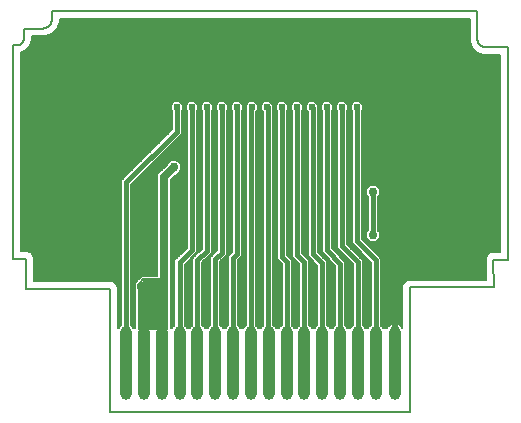
<source format=gbl>
G75*
%MOIN*%
%OFA0B0*%
%FSLAX25Y25*%
%IPPOS*%
%LPD*%
%AMOC8*
5,1,8,0,0,1.08239X$1,22.5*
%
%ADD10C,0.00600*%
%ADD11R,0.10236X0.15354*%
%ADD12R,0.04724X0.02362*%
%ADD13R,0.08268X0.01575*%
%ADD14R,0.03937X0.03937*%
%ADD15C,0.03937*%
%ADD16C,0.02000*%
%ADD17C,0.02978*%
%ADD18C,0.02400*%
%ADD19C,0.01600*%
%ADD20C,0.02756*%
D10*
X0046490Y0004511D02*
X0046415Y0045619D01*
X0018449Y0045619D01*
X0018524Y0055507D01*
X0014221Y0055507D01*
X0014221Y0126729D01*
X0015082Y0126729D01*
X0016821Y0124405D02*
X0018139Y0124951D01*
X0019657Y0126469D01*
X0020479Y0128452D01*
X0020479Y0129723D01*
X0024889Y0129723D01*
X0027110Y0130643D01*
X0028809Y0132343D01*
X0029729Y0134564D01*
X0029729Y0135529D01*
X0091795Y0135529D01*
X0091795Y0135529D01*
X0092288Y0135529D01*
X0092862Y0135529D01*
X0092862Y0135529D01*
X0166297Y0135533D01*
X0166297Y0127979D01*
X0167152Y0125916D01*
X0168730Y0124338D01*
X0168730Y0124338D01*
X0170793Y0123483D01*
X0176408Y0123483D01*
X0176408Y0057892D01*
X0174782Y0057892D01*
X0174772Y0057896D01*
X0174265Y0057892D01*
X0173758Y0057892D01*
X0173748Y0057888D01*
X0173737Y0057887D01*
X0173271Y0057690D01*
X0172803Y0057496D01*
X0172795Y0057488D01*
X0172785Y0057484D01*
X0172429Y0057122D01*
X0172071Y0056764D01*
X0172067Y0056754D01*
X0172059Y0056747D01*
X0171869Y0056277D01*
X0171676Y0055809D01*
X0171676Y0055798D01*
X0171671Y0055788D01*
X0171676Y0055281D01*
X0171676Y0054775D01*
X0171680Y0054764D01*
X0171729Y0048649D01*
X0147025Y0048649D01*
X0147022Y0048650D01*
X0146505Y0048649D01*
X0145993Y0048649D01*
X0145990Y0048648D01*
X0145988Y0048648D01*
X0145512Y0048450D01*
X0145037Y0048253D01*
X0145035Y0048252D01*
X0145033Y0048251D01*
X0144670Y0047886D01*
X0144306Y0047522D01*
X0144305Y0047520D01*
X0144303Y0047518D01*
X0144106Y0047041D01*
X0143910Y0046566D01*
X0143910Y0046564D01*
X0143909Y0046562D01*
X0143910Y0046044D01*
X0143910Y0045532D01*
X0143911Y0045530D01*
X0143934Y0032478D01*
X0143922Y0032478D01*
X0143797Y0032779D01*
X0142991Y0033586D01*
X0141936Y0034022D01*
X0140795Y0034022D01*
X0139741Y0033586D01*
X0138934Y0032779D01*
X0138809Y0032478D01*
X0137571Y0032478D01*
X0137460Y0032746D01*
X0136868Y0033337D01*
X0136868Y0055749D01*
X0130412Y0062205D01*
X0130412Y0104820D01*
X0130829Y0105237D01*
X0130829Y0106977D01*
X0129598Y0108207D01*
X0127859Y0108207D01*
X0126629Y0106977D01*
X0126629Y0105237D01*
X0127012Y0104854D01*
X0127012Y0060797D01*
X0128008Y0059801D01*
X0133468Y0054340D01*
X0133468Y0033579D01*
X0133403Y0033552D01*
X0132596Y0032746D01*
X0132486Y0032478D01*
X0131626Y0032478D01*
X0131515Y0032746D01*
X0130789Y0033471D01*
X0130789Y0055132D01*
X0125477Y0060444D01*
X0125477Y0104875D01*
X0125839Y0105237D01*
X0125839Y0106977D01*
X0124609Y0108207D01*
X0122869Y0108207D01*
X0121639Y0106977D01*
X0121639Y0105237D01*
X0122077Y0104799D01*
X0122077Y0059036D01*
X0123073Y0058040D01*
X0127389Y0053724D01*
X0127389Y0033484D01*
X0126651Y0032746D01*
X0126541Y0032478D01*
X0125681Y0032478D01*
X0125570Y0032746D01*
X0124947Y0033369D01*
X0124947Y0054674D01*
X0120453Y0059168D01*
X0120453Y0104855D01*
X0120835Y0105237D01*
X0120835Y0106977D01*
X0119605Y0108207D01*
X0117866Y0108207D01*
X0116635Y0106977D01*
X0116635Y0105237D01*
X0117053Y0104819D01*
X0117053Y0057760D01*
X0118049Y0056764D01*
X0121547Y0053266D01*
X0121547Y0033566D01*
X0121513Y0033552D01*
X0120707Y0032746D01*
X0120596Y0032478D01*
X0119736Y0032478D01*
X0119625Y0032746D01*
X0118851Y0033520D01*
X0118851Y0054737D01*
X0115726Y0057862D01*
X0115726Y0105131D01*
X0115832Y0105237D01*
X0115832Y0106977D01*
X0114602Y0108207D01*
X0112862Y0108207D01*
X0111632Y0106977D01*
X0111632Y0105237D01*
X0112326Y0104543D01*
X0112326Y0056454D01*
X0113322Y0055458D01*
X0115451Y0053328D01*
X0115451Y0033435D01*
X0114762Y0032746D01*
X0114651Y0032478D01*
X0113791Y0032478D01*
X0113680Y0032746D01*
X0112937Y0033489D01*
X0112937Y0055141D01*
X0111941Y0056136D01*
X0111941Y0056136D01*
X0110442Y0057635D01*
X0110442Y0104845D01*
X0110833Y0105237D01*
X0110833Y0106977D01*
X0109603Y0108207D01*
X0107864Y0108207D01*
X0106633Y0106977D01*
X0106633Y0105237D01*
X0107042Y0104829D01*
X0107042Y0056227D01*
X0108038Y0055231D01*
X0109537Y0053732D01*
X0109537Y0033466D01*
X0108817Y0032746D01*
X0108706Y0032478D01*
X0107846Y0032478D01*
X0107735Y0032746D01*
X0107031Y0033450D01*
X0107031Y0055342D01*
X0105468Y0056905D01*
X0105468Y0104874D01*
X0105831Y0105237D01*
X0105831Y0106977D01*
X0104601Y0108207D01*
X0102861Y0108207D01*
X0101631Y0106977D01*
X0101631Y0105237D01*
X0102068Y0104800D01*
X0102068Y0055497D01*
X0103064Y0054501D01*
X0103631Y0053934D01*
X0103631Y0033505D01*
X0102872Y0032746D01*
X0102761Y0032478D01*
X0101901Y0032478D01*
X0101791Y0032746D01*
X0100984Y0033552D01*
X0100713Y0033665D01*
X0100713Y0105115D01*
X0100835Y0105237D01*
X0100835Y0106977D01*
X0099605Y0108207D01*
X0097865Y0108207D01*
X0096635Y0106977D01*
X0096635Y0105237D01*
X0097313Y0104559D01*
X0097313Y0033132D01*
X0096927Y0032746D01*
X0096816Y0032478D01*
X0095956Y0032478D01*
X0095846Y0032746D01*
X0095263Y0033328D01*
X0095263Y0104670D01*
X0095830Y0105237D01*
X0095830Y0106977D01*
X0094600Y0108207D01*
X0092860Y0108207D01*
X0091630Y0106977D01*
X0091630Y0105237D01*
X0091863Y0105004D01*
X0091863Y0033583D01*
X0091789Y0033552D01*
X0090982Y0032746D01*
X0090871Y0032478D01*
X0090011Y0032478D01*
X0089901Y0032746D01*
X0089166Y0033480D01*
X0089166Y0055082D01*
X0089482Y0055397D01*
X0090477Y0056393D01*
X0090477Y0104879D01*
X0090836Y0105237D01*
X0090836Y0106977D01*
X0089605Y0108207D01*
X0087866Y0108207D01*
X0086636Y0106977D01*
X0086636Y0105237D01*
X0087077Y0104795D01*
X0087077Y0057801D01*
X0085766Y0056490D01*
X0085766Y0033475D01*
X0085037Y0032746D01*
X0084927Y0032478D01*
X0084067Y0032478D01*
X0083956Y0032746D01*
X0083213Y0033489D01*
X0083213Y0054688D01*
X0084511Y0055986D01*
X0085506Y0056982D01*
X0085506Y0104910D01*
X0085834Y0105237D01*
X0085834Y0106977D01*
X0084604Y0108207D01*
X0082864Y0108207D01*
X0081634Y0106977D01*
X0081634Y0105237D01*
X0082106Y0104764D01*
X0082106Y0058390D01*
X0079813Y0056096D01*
X0079813Y0033466D01*
X0079092Y0032746D01*
X0078982Y0032478D01*
X0078122Y0032478D01*
X0078011Y0032746D01*
X0077263Y0033494D01*
X0077263Y0054412D01*
X0079445Y0056595D01*
X0080441Y0057590D01*
X0080441Y0104845D01*
X0080833Y0105237D01*
X0080833Y0106977D01*
X0079603Y0108207D01*
X0077863Y0108207D01*
X0076633Y0106977D01*
X0076633Y0105237D01*
X0077041Y0104829D01*
X0077041Y0058999D01*
X0073863Y0055820D01*
X0073863Y0033461D01*
X0073147Y0032746D01*
X0073037Y0032478D01*
X0072177Y0032478D01*
X0072066Y0032746D01*
X0071341Y0033470D01*
X0071341Y0053685D01*
X0074467Y0056810D01*
X0075463Y0057806D01*
X0075463Y0104865D01*
X0075835Y0105237D01*
X0075835Y0106977D01*
X0074605Y0108207D01*
X0072865Y0108207D01*
X0071635Y0106977D01*
X0071635Y0105237D01*
X0072063Y0104809D01*
X0072063Y0059214D01*
X0067941Y0055093D01*
X0067941Y0033484D01*
X0067203Y0032746D01*
X0067092Y0032478D01*
X0066764Y0032478D01*
X0066764Y0042272D01*
X0066791Y0042299D01*
X0066791Y0081952D01*
X0068486Y0083650D01*
X0068666Y0083650D01*
X0070065Y0085050D01*
X0070065Y0087029D01*
X0070031Y0087064D01*
X0070030Y0087088D01*
X0068695Y0088421D01*
X0068674Y0088421D01*
X0068666Y0088428D01*
X0066687Y0088428D01*
X0065287Y0087029D01*
X0065287Y0086895D01*
X0062902Y0084504D01*
X0062235Y0083838D01*
X0062235Y0083837D01*
X0062234Y0083836D01*
X0062235Y0082892D01*
X0062235Y0049942D01*
X0057099Y0049942D01*
X0056396Y0049239D01*
X0055564Y0048407D01*
X0055558Y0048407D01*
X0054728Y0047577D01*
X0054728Y0047541D01*
X0054728Y0047540D01*
X0054728Y0032478D01*
X0054342Y0032478D01*
X0054232Y0032746D01*
X0053448Y0033529D01*
X0053448Y0080319D01*
X0069445Y0096316D01*
X0070441Y0097312D01*
X0070441Y0104843D01*
X0070835Y0105237D01*
X0070835Y0106977D01*
X0069605Y0108207D01*
X0067865Y0108207D01*
X0066635Y0106977D01*
X0066635Y0105237D01*
X0067041Y0104831D01*
X0067041Y0098720D01*
X0050048Y0081727D01*
X0050048Y0033426D01*
X0049368Y0032746D01*
X0049257Y0032478D01*
X0049039Y0032478D01*
X0049015Y0045621D01*
X0049015Y0046136D01*
X0049014Y0046138D01*
X0049014Y0046141D01*
X0048816Y0046618D01*
X0048620Y0047092D01*
X0048618Y0047093D01*
X0048617Y0047096D01*
X0048251Y0047461D01*
X0047888Y0047823D01*
X0047886Y0047824D01*
X0047884Y0047826D01*
X0047410Y0048021D01*
X0046933Y0048219D01*
X0046930Y0048219D01*
X0046928Y0048220D01*
X0046414Y0048219D01*
X0021069Y0048219D01*
X0021120Y0054980D01*
X0021124Y0054990D01*
X0021124Y0055497D01*
X0021128Y0056004D01*
X0021124Y0056014D01*
X0021124Y0056024D01*
X0020930Y0056492D01*
X0020739Y0056963D01*
X0020732Y0056970D01*
X0020728Y0056980D01*
X0020370Y0057338D01*
X0020013Y0057700D01*
X0020004Y0057704D01*
X0019997Y0057711D01*
X0019528Y0057905D01*
X0019061Y0058103D01*
X0019051Y0058103D01*
X0019041Y0058107D01*
X0018534Y0058107D01*
X0018027Y0058111D01*
X0018017Y0058107D01*
X0016821Y0058107D01*
X0016821Y0124405D01*
X0016821Y0124232D02*
X0168987Y0124232D01*
X0168730Y0124338D02*
X0168730Y0124338D01*
X0168238Y0124830D02*
X0017848Y0124830D01*
X0018139Y0124951D02*
X0018139Y0124951D01*
X0018617Y0125429D02*
X0167640Y0125429D01*
X0167152Y0125916D02*
X0167152Y0125916D01*
X0167106Y0126027D02*
X0019215Y0126027D01*
X0019657Y0126469D02*
X0019657Y0126469D01*
X0019722Y0126626D02*
X0166858Y0126626D01*
X0166610Y0127224D02*
X0019970Y0127224D01*
X0020218Y0127823D02*
X0166362Y0127823D01*
X0166297Y0128421D02*
X0020466Y0128421D01*
X0020479Y0129020D02*
X0166297Y0129020D01*
X0166297Y0129618D02*
X0020479Y0129618D01*
X0017879Y0129526D02*
X0017879Y0132323D01*
X0023687Y0132323D01*
X0026079Y0130217D02*
X0166297Y0130217D01*
X0166297Y0130815D02*
X0027281Y0130815D01*
X0027110Y0130643D02*
X0027110Y0130643D01*
X0027880Y0131414D02*
X0166297Y0131414D01*
X0166297Y0132012D02*
X0028478Y0132012D01*
X0028809Y0132343D02*
X0028809Y0132343D01*
X0028920Y0132611D02*
X0166297Y0132611D01*
X0166297Y0133209D02*
X0029168Y0133209D01*
X0029416Y0133808D02*
X0166297Y0133808D01*
X0166297Y0134406D02*
X0029664Y0134406D01*
X0029729Y0135005D02*
X0166297Y0135005D01*
X0168897Y0138133D02*
X0168897Y0129095D01*
X0168899Y0128987D01*
X0168905Y0128880D01*
X0168914Y0128773D01*
X0168928Y0128666D01*
X0168945Y0128560D01*
X0168966Y0128455D01*
X0168991Y0128350D01*
X0169019Y0128246D01*
X0169051Y0128144D01*
X0169087Y0128042D01*
X0169126Y0127942D01*
X0169169Y0127844D01*
X0169216Y0127747D01*
X0169265Y0127652D01*
X0169319Y0127558D01*
X0169375Y0127467D01*
X0169435Y0127377D01*
X0169498Y0127290D01*
X0169564Y0127205D01*
X0169633Y0127123D01*
X0169705Y0127043D01*
X0169779Y0126965D01*
X0169857Y0126891D01*
X0169937Y0126819D01*
X0170019Y0126750D01*
X0170104Y0126684D01*
X0170191Y0126621D01*
X0170281Y0126561D01*
X0170372Y0126505D01*
X0170466Y0126451D01*
X0170561Y0126402D01*
X0170658Y0126355D01*
X0170756Y0126312D01*
X0170856Y0126273D01*
X0170958Y0126237D01*
X0171060Y0126205D01*
X0171164Y0126177D01*
X0171269Y0126152D01*
X0171374Y0126131D01*
X0171480Y0126114D01*
X0171587Y0126100D01*
X0171694Y0126091D01*
X0171801Y0126085D01*
X0171909Y0126083D01*
X0179008Y0126083D01*
X0179008Y0055292D01*
X0174276Y0055292D01*
X0174351Y0046049D01*
X0146510Y0046049D01*
X0146585Y0004511D01*
X0046490Y0004511D01*
X0049039Y0032659D02*
X0049332Y0032659D01*
X0049038Y0033258D02*
X0049880Y0033258D01*
X0050048Y0033856D02*
X0049037Y0033856D01*
X0049036Y0034455D02*
X0050048Y0034455D01*
X0050048Y0035053D02*
X0049035Y0035053D01*
X0049034Y0035652D02*
X0050048Y0035652D01*
X0050048Y0036250D02*
X0049033Y0036250D01*
X0049031Y0036849D02*
X0050048Y0036849D01*
X0050048Y0037447D02*
X0049030Y0037447D01*
X0049029Y0038046D02*
X0050048Y0038046D01*
X0050048Y0038644D02*
X0049028Y0038644D01*
X0049027Y0039243D02*
X0050048Y0039243D01*
X0050048Y0039841D02*
X0049026Y0039841D01*
X0049025Y0040440D02*
X0050048Y0040440D01*
X0050048Y0041038D02*
X0049024Y0041038D01*
X0049023Y0041637D02*
X0050048Y0041637D01*
X0050048Y0042235D02*
X0049022Y0042235D01*
X0049021Y0042834D02*
X0050048Y0042834D01*
X0050048Y0043432D02*
X0049019Y0043432D01*
X0049018Y0044031D02*
X0050048Y0044031D01*
X0050048Y0044630D02*
X0049017Y0044630D01*
X0049016Y0045228D02*
X0050048Y0045228D01*
X0050048Y0045827D02*
X0049015Y0045827D01*
X0048896Y0046425D02*
X0050048Y0046425D01*
X0050048Y0047024D02*
X0048648Y0047024D01*
X0048089Y0047622D02*
X0050048Y0047622D01*
X0050048Y0048221D02*
X0021069Y0048221D01*
X0021073Y0048819D02*
X0050048Y0048819D01*
X0050048Y0049418D02*
X0021078Y0049418D01*
X0021082Y0050016D02*
X0050048Y0050016D01*
X0050048Y0050615D02*
X0021087Y0050615D01*
X0021091Y0051213D02*
X0050048Y0051213D01*
X0050048Y0051812D02*
X0021096Y0051812D01*
X0021101Y0052410D02*
X0050048Y0052410D01*
X0050048Y0053009D02*
X0021105Y0053009D01*
X0021110Y0053607D02*
X0050048Y0053607D01*
X0050048Y0054206D02*
X0021114Y0054206D01*
X0021119Y0054804D02*
X0050048Y0054804D01*
X0050048Y0055403D02*
X0021124Y0055403D01*
X0021128Y0056001D02*
X0050048Y0056001D01*
X0050048Y0056600D02*
X0020887Y0056600D01*
X0020510Y0057198D02*
X0050048Y0057198D01*
X0050048Y0057797D02*
X0019790Y0057797D01*
X0016821Y0058395D02*
X0050048Y0058395D01*
X0050048Y0058994D02*
X0016821Y0058994D01*
X0016821Y0059592D02*
X0050048Y0059592D01*
X0050048Y0060191D02*
X0016821Y0060191D01*
X0016821Y0060789D02*
X0050048Y0060789D01*
X0050048Y0061388D02*
X0016821Y0061388D01*
X0016821Y0061986D02*
X0050048Y0061986D01*
X0050048Y0062585D02*
X0016821Y0062585D01*
X0016821Y0063183D02*
X0050048Y0063183D01*
X0050048Y0063782D02*
X0016821Y0063782D01*
X0016821Y0064380D02*
X0050048Y0064380D01*
X0050048Y0064979D02*
X0016821Y0064979D01*
X0016821Y0065577D02*
X0050048Y0065577D01*
X0050048Y0066176D02*
X0016821Y0066176D01*
X0016821Y0066774D02*
X0050048Y0066774D01*
X0050048Y0067373D02*
X0016821Y0067373D01*
X0016821Y0067971D02*
X0050048Y0067971D01*
X0050048Y0068570D02*
X0016821Y0068570D01*
X0016821Y0069168D02*
X0050048Y0069168D01*
X0050048Y0069767D02*
X0016821Y0069767D01*
X0016821Y0070365D02*
X0050048Y0070365D01*
X0050048Y0070964D02*
X0016821Y0070964D01*
X0016821Y0071563D02*
X0050048Y0071563D01*
X0050048Y0072161D02*
X0016821Y0072161D01*
X0016821Y0072760D02*
X0050048Y0072760D01*
X0050048Y0073358D02*
X0016821Y0073358D01*
X0016821Y0073957D02*
X0050048Y0073957D01*
X0050048Y0074555D02*
X0016821Y0074555D01*
X0016821Y0075154D02*
X0050048Y0075154D01*
X0050048Y0075752D02*
X0016821Y0075752D01*
X0016821Y0076351D02*
X0050048Y0076351D01*
X0050048Y0076949D02*
X0016821Y0076949D01*
X0016821Y0077548D02*
X0050048Y0077548D01*
X0050048Y0078146D02*
X0016821Y0078146D01*
X0016821Y0078745D02*
X0050048Y0078745D01*
X0050048Y0079343D02*
X0016821Y0079343D01*
X0016821Y0079942D02*
X0050048Y0079942D01*
X0050048Y0080540D02*
X0016821Y0080540D01*
X0016821Y0081139D02*
X0050048Y0081139D01*
X0050058Y0081737D02*
X0016821Y0081737D01*
X0016821Y0082336D02*
X0050657Y0082336D01*
X0051255Y0082934D02*
X0016821Y0082934D01*
X0016821Y0083533D02*
X0051854Y0083533D01*
X0052452Y0084131D02*
X0016821Y0084131D01*
X0016821Y0084730D02*
X0053051Y0084730D01*
X0053649Y0085328D02*
X0016821Y0085328D01*
X0016821Y0085927D02*
X0054248Y0085927D01*
X0054846Y0086525D02*
X0016821Y0086525D01*
X0016821Y0087124D02*
X0055445Y0087124D01*
X0056043Y0087722D02*
X0016821Y0087722D01*
X0016821Y0088321D02*
X0056642Y0088321D01*
X0057240Y0088919D02*
X0016821Y0088919D01*
X0016821Y0089518D02*
X0057839Y0089518D01*
X0058437Y0090116D02*
X0016821Y0090116D01*
X0016821Y0090715D02*
X0059036Y0090715D01*
X0059635Y0091313D02*
X0016821Y0091313D01*
X0016821Y0091912D02*
X0060233Y0091912D01*
X0060832Y0092510D02*
X0016821Y0092510D01*
X0016821Y0093109D02*
X0061430Y0093109D01*
X0062029Y0093707D02*
X0016821Y0093707D01*
X0016821Y0094306D02*
X0062627Y0094306D01*
X0063226Y0094904D02*
X0016821Y0094904D01*
X0016821Y0095503D02*
X0063824Y0095503D01*
X0064423Y0096101D02*
X0016821Y0096101D01*
X0016821Y0096700D02*
X0065021Y0096700D01*
X0065620Y0097298D02*
X0016821Y0097298D01*
X0016821Y0097897D02*
X0066218Y0097897D01*
X0066817Y0098496D02*
X0016821Y0098496D01*
X0016821Y0099094D02*
X0067041Y0099094D01*
X0067041Y0099693D02*
X0016821Y0099693D01*
X0016821Y0100291D02*
X0067041Y0100291D01*
X0067041Y0100890D02*
X0016821Y0100890D01*
X0016821Y0101488D02*
X0067041Y0101488D01*
X0067041Y0102087D02*
X0016821Y0102087D01*
X0016821Y0102685D02*
X0067041Y0102685D01*
X0067041Y0103284D02*
X0016821Y0103284D01*
X0016821Y0103882D02*
X0067041Y0103882D01*
X0067041Y0104481D02*
X0016821Y0104481D01*
X0016821Y0105079D02*
X0066793Y0105079D01*
X0066635Y0105678D02*
X0016821Y0105678D01*
X0016821Y0106276D02*
X0066635Y0106276D01*
X0066635Y0106875D02*
X0016821Y0106875D01*
X0016821Y0107473D02*
X0067132Y0107473D01*
X0067730Y0108072D02*
X0016821Y0108072D01*
X0016821Y0108670D02*
X0176408Y0108670D01*
X0176408Y0108072D02*
X0129734Y0108072D01*
X0130332Y0107473D02*
X0176408Y0107473D01*
X0176408Y0106875D02*
X0130829Y0106875D01*
X0130829Y0106276D02*
X0176408Y0106276D01*
X0176408Y0105678D02*
X0130829Y0105678D01*
X0130671Y0105079D02*
X0176408Y0105079D01*
X0176408Y0104481D02*
X0130412Y0104481D01*
X0130412Y0103882D02*
X0176408Y0103882D01*
X0176408Y0103284D02*
X0130412Y0103284D01*
X0130412Y0102685D02*
X0176408Y0102685D01*
X0176408Y0102087D02*
X0130412Y0102087D01*
X0130412Y0101488D02*
X0176408Y0101488D01*
X0176408Y0100890D02*
X0130412Y0100890D01*
X0130412Y0100291D02*
X0176408Y0100291D01*
X0176408Y0099693D02*
X0130412Y0099693D01*
X0130412Y0099094D02*
X0176408Y0099094D01*
X0176408Y0098496D02*
X0130412Y0098496D01*
X0130412Y0097897D02*
X0176408Y0097897D01*
X0176408Y0097298D02*
X0130412Y0097298D01*
X0130412Y0096700D02*
X0176408Y0096700D01*
X0176408Y0096101D02*
X0130412Y0096101D01*
X0130412Y0095503D02*
X0176408Y0095503D01*
X0176408Y0094904D02*
X0130412Y0094904D01*
X0130412Y0094306D02*
X0176408Y0094306D01*
X0176408Y0093707D02*
X0130412Y0093707D01*
X0130412Y0093109D02*
X0176408Y0093109D01*
X0176408Y0092510D02*
X0130412Y0092510D01*
X0130412Y0091912D02*
X0176408Y0091912D01*
X0176408Y0091313D02*
X0130412Y0091313D01*
X0130412Y0090715D02*
X0176408Y0090715D01*
X0176408Y0090116D02*
X0130412Y0090116D01*
X0130412Y0089518D02*
X0176408Y0089518D01*
X0176408Y0088919D02*
X0130412Y0088919D01*
X0130412Y0088321D02*
X0176408Y0088321D01*
X0176408Y0087722D02*
X0130412Y0087722D01*
X0130412Y0087124D02*
X0176408Y0087124D01*
X0176408Y0086525D02*
X0130412Y0086525D01*
X0130412Y0085927D02*
X0176408Y0085927D01*
X0176408Y0085328D02*
X0130412Y0085328D01*
X0130412Y0084730D02*
X0176408Y0084730D01*
X0176408Y0084131D02*
X0130412Y0084131D01*
X0130412Y0083533D02*
X0176408Y0083533D01*
X0176408Y0082934D02*
X0130412Y0082934D01*
X0130412Y0082336D02*
X0176408Y0082336D01*
X0176408Y0081737D02*
X0130412Y0081737D01*
X0130412Y0081139D02*
X0176408Y0081139D01*
X0176408Y0080540D02*
X0130412Y0080540D01*
X0130412Y0079942D02*
X0132858Y0079942D01*
X0133134Y0080218D02*
X0131734Y0078818D01*
X0131734Y0076839D01*
X0132452Y0076121D01*
X0132452Y0065214D01*
X0131686Y0064447D01*
X0131686Y0062468D01*
X0133086Y0061069D01*
X0135065Y0061069D01*
X0136464Y0062468D01*
X0136464Y0064447D01*
X0135852Y0065059D01*
X0135852Y0076179D01*
X0136512Y0076839D01*
X0136512Y0078818D01*
X0135113Y0080218D01*
X0133134Y0080218D01*
X0132259Y0079343D02*
X0130412Y0079343D01*
X0130412Y0078745D02*
X0131734Y0078745D01*
X0131734Y0078146D02*
X0130412Y0078146D01*
X0130412Y0077548D02*
X0131734Y0077548D01*
X0131734Y0076949D02*
X0130412Y0076949D01*
X0130412Y0076351D02*
X0132223Y0076351D01*
X0132452Y0075752D02*
X0130412Y0075752D01*
X0130412Y0075154D02*
X0132452Y0075154D01*
X0132452Y0074555D02*
X0130412Y0074555D01*
X0130412Y0073957D02*
X0132452Y0073957D01*
X0132452Y0073358D02*
X0130412Y0073358D01*
X0130412Y0072760D02*
X0132452Y0072760D01*
X0132452Y0072161D02*
X0130412Y0072161D01*
X0130412Y0071563D02*
X0132452Y0071563D01*
X0132452Y0070964D02*
X0130412Y0070964D01*
X0130412Y0070365D02*
X0132452Y0070365D01*
X0132452Y0069767D02*
X0130412Y0069767D01*
X0130412Y0069168D02*
X0132452Y0069168D01*
X0132452Y0068570D02*
X0130412Y0068570D01*
X0130412Y0067971D02*
X0132452Y0067971D01*
X0132452Y0067373D02*
X0130412Y0067373D01*
X0130412Y0066774D02*
X0132452Y0066774D01*
X0132452Y0066176D02*
X0130412Y0066176D01*
X0130412Y0065577D02*
X0132452Y0065577D01*
X0132218Y0064979D02*
X0130412Y0064979D01*
X0130412Y0064380D02*
X0131686Y0064380D01*
X0131686Y0063782D02*
X0130412Y0063782D01*
X0130412Y0063183D02*
X0131686Y0063183D01*
X0131686Y0062585D02*
X0130412Y0062585D01*
X0130630Y0061986D02*
X0132168Y0061986D01*
X0132767Y0061388D02*
X0131229Y0061388D01*
X0131827Y0060789D02*
X0176408Y0060789D01*
X0176408Y0060191D02*
X0132426Y0060191D01*
X0133024Y0059592D02*
X0176408Y0059592D01*
X0176408Y0058994D02*
X0133623Y0058994D01*
X0134221Y0058395D02*
X0176408Y0058395D01*
X0173523Y0057797D02*
X0134820Y0057797D01*
X0135418Y0057198D02*
X0172504Y0057198D01*
X0172000Y0056600D02*
X0136017Y0056600D01*
X0136616Y0056001D02*
X0171755Y0056001D01*
X0171675Y0055403D02*
X0136868Y0055403D01*
X0136868Y0054804D02*
X0171676Y0054804D01*
X0171684Y0054206D02*
X0136868Y0054206D01*
X0136868Y0053607D02*
X0171689Y0053607D01*
X0171694Y0053009D02*
X0136868Y0053009D01*
X0136868Y0052410D02*
X0171699Y0052410D01*
X0171704Y0051812D02*
X0136868Y0051812D01*
X0136868Y0051213D02*
X0171709Y0051213D01*
X0171713Y0050615D02*
X0136868Y0050615D01*
X0136868Y0050016D02*
X0171718Y0050016D01*
X0171723Y0049418D02*
X0136868Y0049418D01*
X0136868Y0048819D02*
X0171728Y0048819D01*
X0176408Y0061388D02*
X0135384Y0061388D01*
X0135982Y0061986D02*
X0176408Y0061986D01*
X0176408Y0062585D02*
X0136464Y0062585D01*
X0136464Y0063183D02*
X0176408Y0063183D01*
X0176408Y0063782D02*
X0136464Y0063782D01*
X0136464Y0064380D02*
X0176408Y0064380D01*
X0176408Y0064979D02*
X0135933Y0064979D01*
X0135852Y0065577D02*
X0176408Y0065577D01*
X0176408Y0066176D02*
X0135852Y0066176D01*
X0135852Y0066774D02*
X0176408Y0066774D01*
X0176408Y0067373D02*
X0135852Y0067373D01*
X0135852Y0067971D02*
X0176408Y0067971D01*
X0176408Y0068570D02*
X0135852Y0068570D01*
X0135852Y0069168D02*
X0176408Y0069168D01*
X0176408Y0069767D02*
X0135852Y0069767D01*
X0135852Y0070365D02*
X0176408Y0070365D01*
X0176408Y0070964D02*
X0135852Y0070964D01*
X0135852Y0071563D02*
X0176408Y0071563D01*
X0176408Y0072161D02*
X0135852Y0072161D01*
X0135852Y0072760D02*
X0176408Y0072760D01*
X0176408Y0073358D02*
X0135852Y0073358D01*
X0135852Y0073957D02*
X0176408Y0073957D01*
X0176408Y0074555D02*
X0135852Y0074555D01*
X0135852Y0075154D02*
X0176408Y0075154D01*
X0176408Y0075752D02*
X0135852Y0075752D01*
X0136024Y0076351D02*
X0176408Y0076351D01*
X0176408Y0076949D02*
X0136512Y0076949D01*
X0136512Y0077548D02*
X0176408Y0077548D01*
X0176408Y0078146D02*
X0136512Y0078146D01*
X0136512Y0078745D02*
X0176408Y0078745D01*
X0176408Y0079343D02*
X0135987Y0079343D01*
X0135389Y0079942D02*
X0176408Y0079942D01*
X0176408Y0109269D02*
X0016821Y0109269D01*
X0016821Y0109867D02*
X0176408Y0109867D01*
X0176408Y0110466D02*
X0016821Y0110466D01*
X0016821Y0111064D02*
X0176408Y0111064D01*
X0176408Y0111663D02*
X0016821Y0111663D01*
X0016821Y0112261D02*
X0176408Y0112261D01*
X0176408Y0112860D02*
X0016821Y0112860D01*
X0016821Y0113458D02*
X0176408Y0113458D01*
X0176408Y0114057D02*
X0016821Y0114057D01*
X0016821Y0114655D02*
X0176408Y0114655D01*
X0176408Y0115254D02*
X0016821Y0115254D01*
X0016821Y0115852D02*
X0176408Y0115852D01*
X0176408Y0116451D02*
X0016821Y0116451D01*
X0016821Y0117049D02*
X0176408Y0117049D01*
X0176408Y0117648D02*
X0016821Y0117648D01*
X0016821Y0118246D02*
X0176408Y0118246D01*
X0176408Y0118845D02*
X0016821Y0118845D01*
X0016821Y0119443D02*
X0176408Y0119443D01*
X0176408Y0120042D02*
X0016821Y0120042D01*
X0016821Y0120640D02*
X0176408Y0120640D01*
X0176408Y0121239D02*
X0016821Y0121239D01*
X0016821Y0121837D02*
X0176408Y0121837D01*
X0176408Y0122436D02*
X0016821Y0122436D01*
X0016821Y0123034D02*
X0176408Y0123034D01*
X0170432Y0123633D02*
X0016821Y0123633D01*
X0015082Y0126729D02*
X0015187Y0126731D01*
X0015291Y0126737D01*
X0015395Y0126747D01*
X0015499Y0126760D01*
X0015602Y0126778D01*
X0015704Y0126799D01*
X0015806Y0126824D01*
X0015906Y0126853D01*
X0016006Y0126886D01*
X0016104Y0126922D01*
X0016200Y0126962D01*
X0016296Y0127006D01*
X0016389Y0127053D01*
X0016480Y0127104D01*
X0016570Y0127158D01*
X0016658Y0127215D01*
X0016743Y0127276D01*
X0016826Y0127339D01*
X0016906Y0127406D01*
X0016984Y0127476D01*
X0017060Y0127548D01*
X0017132Y0127624D01*
X0017202Y0127702D01*
X0017269Y0127782D01*
X0017332Y0127865D01*
X0017393Y0127950D01*
X0017450Y0128038D01*
X0017504Y0128127D01*
X0017555Y0128219D01*
X0017602Y0128312D01*
X0017646Y0128408D01*
X0017686Y0128504D01*
X0017722Y0128602D01*
X0017755Y0128702D01*
X0017784Y0128802D01*
X0017809Y0128904D01*
X0017830Y0129006D01*
X0017848Y0129109D01*
X0017861Y0129213D01*
X0017871Y0129317D01*
X0017877Y0129421D01*
X0017879Y0129526D01*
X0023687Y0132323D02*
X0023802Y0132325D01*
X0023917Y0132331D01*
X0024032Y0132340D01*
X0024146Y0132354D01*
X0024260Y0132371D01*
X0024373Y0132392D01*
X0024485Y0132417D01*
X0024596Y0132445D01*
X0024707Y0132478D01*
X0024816Y0132513D01*
X0024924Y0132553D01*
X0025031Y0132596D01*
X0025136Y0132643D01*
X0025239Y0132693D01*
X0025341Y0132747D01*
X0025441Y0132803D01*
X0025539Y0132864D01*
X0025635Y0132927D01*
X0025729Y0132994D01*
X0025820Y0133064D01*
X0025909Y0133137D01*
X0025996Y0133212D01*
X0026080Y0133291D01*
X0026161Y0133372D01*
X0026240Y0133456D01*
X0026315Y0133543D01*
X0026388Y0133632D01*
X0026458Y0133723D01*
X0026525Y0133817D01*
X0026588Y0133913D01*
X0026649Y0134011D01*
X0026705Y0134111D01*
X0026759Y0134213D01*
X0026809Y0134316D01*
X0026856Y0134421D01*
X0026899Y0134528D01*
X0026939Y0134636D01*
X0026974Y0134745D01*
X0027007Y0134856D01*
X0027035Y0134967D01*
X0027060Y0135079D01*
X0027081Y0135192D01*
X0027098Y0135306D01*
X0027112Y0135420D01*
X0027121Y0135535D01*
X0027127Y0135650D01*
X0027129Y0135765D01*
X0027129Y0138129D01*
X0092312Y0138129D01*
X0092345Y0138129D01*
X0092312Y0138129D02*
X0168897Y0138133D01*
X0127723Y0108072D02*
X0124744Y0108072D01*
X0125343Y0107473D02*
X0127125Y0107473D01*
X0126629Y0106875D02*
X0125839Y0106875D01*
X0125839Y0106276D02*
X0126629Y0106276D01*
X0126629Y0105678D02*
X0125839Y0105678D01*
X0125681Y0105079D02*
X0126787Y0105079D01*
X0127012Y0104481D02*
X0125477Y0104481D01*
X0125477Y0103882D02*
X0127012Y0103882D01*
X0127012Y0103284D02*
X0125477Y0103284D01*
X0125477Y0102685D02*
X0127012Y0102685D01*
X0127012Y0102087D02*
X0125477Y0102087D01*
X0125477Y0101488D02*
X0127012Y0101488D01*
X0127012Y0100890D02*
X0125477Y0100890D01*
X0125477Y0100291D02*
X0127012Y0100291D01*
X0127012Y0099693D02*
X0125477Y0099693D01*
X0125477Y0099094D02*
X0127012Y0099094D01*
X0127012Y0098496D02*
X0125477Y0098496D01*
X0125477Y0097897D02*
X0127012Y0097897D01*
X0127012Y0097298D02*
X0125477Y0097298D01*
X0125477Y0096700D02*
X0127012Y0096700D01*
X0127012Y0096101D02*
X0125477Y0096101D01*
X0125477Y0095503D02*
X0127012Y0095503D01*
X0127012Y0094904D02*
X0125477Y0094904D01*
X0125477Y0094306D02*
X0127012Y0094306D01*
X0127012Y0093707D02*
X0125477Y0093707D01*
X0125477Y0093109D02*
X0127012Y0093109D01*
X0127012Y0092510D02*
X0125477Y0092510D01*
X0125477Y0091912D02*
X0127012Y0091912D01*
X0127012Y0091313D02*
X0125477Y0091313D01*
X0125477Y0090715D02*
X0127012Y0090715D01*
X0127012Y0090116D02*
X0125477Y0090116D01*
X0125477Y0089518D02*
X0127012Y0089518D01*
X0127012Y0088919D02*
X0125477Y0088919D01*
X0125477Y0088321D02*
X0127012Y0088321D01*
X0127012Y0087722D02*
X0125477Y0087722D01*
X0125477Y0087124D02*
X0127012Y0087124D01*
X0127012Y0086525D02*
X0125477Y0086525D01*
X0125477Y0085927D02*
X0127012Y0085927D01*
X0127012Y0085328D02*
X0125477Y0085328D01*
X0125477Y0084730D02*
X0127012Y0084730D01*
X0127012Y0084131D02*
X0125477Y0084131D01*
X0125477Y0083533D02*
X0127012Y0083533D01*
X0127012Y0082934D02*
X0125477Y0082934D01*
X0125477Y0082336D02*
X0127012Y0082336D01*
X0127012Y0081737D02*
X0125477Y0081737D01*
X0125477Y0081139D02*
X0127012Y0081139D01*
X0127012Y0080540D02*
X0125477Y0080540D01*
X0125477Y0079942D02*
X0127012Y0079942D01*
X0127012Y0079343D02*
X0125477Y0079343D01*
X0125477Y0078745D02*
X0127012Y0078745D01*
X0127012Y0078146D02*
X0125477Y0078146D01*
X0125477Y0077548D02*
X0127012Y0077548D01*
X0127012Y0076949D02*
X0125477Y0076949D01*
X0125477Y0076351D02*
X0127012Y0076351D01*
X0127012Y0075752D02*
X0125477Y0075752D01*
X0125477Y0075154D02*
X0127012Y0075154D01*
X0127012Y0074555D02*
X0125477Y0074555D01*
X0125477Y0073957D02*
X0127012Y0073957D01*
X0127012Y0073358D02*
X0125477Y0073358D01*
X0125477Y0072760D02*
X0127012Y0072760D01*
X0127012Y0072161D02*
X0125477Y0072161D01*
X0125477Y0071563D02*
X0127012Y0071563D01*
X0127012Y0070964D02*
X0125477Y0070964D01*
X0125477Y0070365D02*
X0127012Y0070365D01*
X0127012Y0069767D02*
X0125477Y0069767D01*
X0125477Y0069168D02*
X0127012Y0069168D01*
X0127012Y0068570D02*
X0125477Y0068570D01*
X0125477Y0067971D02*
X0127012Y0067971D01*
X0127012Y0067373D02*
X0125477Y0067373D01*
X0125477Y0066774D02*
X0127012Y0066774D01*
X0127012Y0066176D02*
X0125477Y0066176D01*
X0125477Y0065577D02*
X0127012Y0065577D01*
X0127012Y0064979D02*
X0125477Y0064979D01*
X0125477Y0064380D02*
X0127012Y0064380D01*
X0127012Y0063782D02*
X0125477Y0063782D01*
X0125477Y0063183D02*
X0127012Y0063183D01*
X0127012Y0062585D02*
X0125477Y0062585D01*
X0125477Y0061986D02*
X0127012Y0061986D01*
X0127012Y0061388D02*
X0125477Y0061388D01*
X0125477Y0060789D02*
X0127019Y0060789D01*
X0127618Y0060191D02*
X0125730Y0060191D01*
X0126329Y0059592D02*
X0128216Y0059592D01*
X0128815Y0058994D02*
X0126927Y0058994D01*
X0127526Y0058395D02*
X0129413Y0058395D01*
X0130012Y0057797D02*
X0128125Y0057797D01*
X0128723Y0057198D02*
X0130610Y0057198D01*
X0131209Y0056600D02*
X0129322Y0056600D01*
X0129920Y0056001D02*
X0131807Y0056001D01*
X0132406Y0055403D02*
X0130519Y0055403D01*
X0130789Y0054804D02*
X0133004Y0054804D01*
X0133468Y0054206D02*
X0130789Y0054206D01*
X0130789Y0053607D02*
X0133468Y0053607D01*
X0133468Y0053009D02*
X0130789Y0053009D01*
X0130789Y0052410D02*
X0133468Y0052410D01*
X0133468Y0051812D02*
X0130789Y0051812D01*
X0130789Y0051213D02*
X0133468Y0051213D01*
X0133468Y0050615D02*
X0130789Y0050615D01*
X0130789Y0050016D02*
X0133468Y0050016D01*
X0133468Y0049418D02*
X0130789Y0049418D01*
X0130789Y0048819D02*
X0133468Y0048819D01*
X0133468Y0048221D02*
X0130789Y0048221D01*
X0130789Y0047622D02*
X0133468Y0047622D01*
X0133468Y0047024D02*
X0130789Y0047024D01*
X0130789Y0046425D02*
X0133468Y0046425D01*
X0133468Y0045827D02*
X0130789Y0045827D01*
X0130789Y0045228D02*
X0133468Y0045228D01*
X0133468Y0044630D02*
X0130789Y0044630D01*
X0130789Y0044031D02*
X0133468Y0044031D01*
X0133468Y0043432D02*
X0130789Y0043432D01*
X0130789Y0042834D02*
X0133468Y0042834D01*
X0133468Y0042235D02*
X0130789Y0042235D01*
X0130789Y0041637D02*
X0133468Y0041637D01*
X0133468Y0041038D02*
X0130789Y0041038D01*
X0130789Y0040440D02*
X0133468Y0040440D01*
X0133468Y0039841D02*
X0130789Y0039841D01*
X0130789Y0039243D02*
X0133468Y0039243D01*
X0133468Y0038644D02*
X0130789Y0038644D01*
X0130789Y0038046D02*
X0133468Y0038046D01*
X0133468Y0037447D02*
X0130789Y0037447D01*
X0130789Y0036849D02*
X0133468Y0036849D01*
X0133468Y0036250D02*
X0130789Y0036250D01*
X0130789Y0035652D02*
X0133468Y0035652D01*
X0133468Y0035053D02*
X0130789Y0035053D01*
X0130789Y0034455D02*
X0133468Y0034455D01*
X0133468Y0033856D02*
X0130789Y0033856D01*
X0131003Y0033258D02*
X0133109Y0033258D01*
X0132561Y0032659D02*
X0131551Y0032659D01*
X0136948Y0033258D02*
X0139413Y0033258D01*
X0138884Y0032659D02*
X0137496Y0032659D01*
X0136868Y0033856D02*
X0140394Y0033856D01*
X0142337Y0033856D02*
X0143932Y0033856D01*
X0143933Y0033258D02*
X0143318Y0033258D01*
X0143847Y0032659D02*
X0143934Y0032659D01*
X0143931Y0034455D02*
X0136868Y0034455D01*
X0136868Y0035053D02*
X0143930Y0035053D01*
X0143929Y0035652D02*
X0136868Y0035652D01*
X0136868Y0036250D02*
X0143928Y0036250D01*
X0143926Y0036849D02*
X0136868Y0036849D01*
X0136868Y0037447D02*
X0143925Y0037447D01*
X0143924Y0038046D02*
X0136868Y0038046D01*
X0136868Y0038644D02*
X0143923Y0038644D01*
X0143922Y0039243D02*
X0136868Y0039243D01*
X0136868Y0039841D02*
X0143921Y0039841D01*
X0143920Y0040440D02*
X0136868Y0040440D01*
X0136868Y0041038D02*
X0143919Y0041038D01*
X0143918Y0041637D02*
X0136868Y0041637D01*
X0136868Y0042235D02*
X0143917Y0042235D01*
X0143916Y0042834D02*
X0136868Y0042834D01*
X0136868Y0043432D02*
X0143915Y0043432D01*
X0143913Y0044031D02*
X0136868Y0044031D01*
X0136868Y0044630D02*
X0143912Y0044630D01*
X0143911Y0045228D02*
X0136868Y0045228D01*
X0136868Y0045827D02*
X0143910Y0045827D01*
X0143909Y0046425D02*
X0136868Y0046425D01*
X0136868Y0047024D02*
X0144099Y0047024D01*
X0144406Y0047622D02*
X0136868Y0047622D01*
X0136868Y0048221D02*
X0145003Y0048221D01*
X0127389Y0048221D02*
X0124947Y0048221D01*
X0124947Y0048819D02*
X0127389Y0048819D01*
X0127389Y0049418D02*
X0124947Y0049418D01*
X0124947Y0050016D02*
X0127389Y0050016D01*
X0127389Y0050615D02*
X0124947Y0050615D01*
X0124947Y0051213D02*
X0127389Y0051213D01*
X0127389Y0051812D02*
X0124947Y0051812D01*
X0124947Y0052410D02*
X0127389Y0052410D01*
X0127389Y0053009D02*
X0124947Y0053009D01*
X0124947Y0053607D02*
X0127389Y0053607D01*
X0126907Y0054206D02*
X0124947Y0054206D01*
X0124817Y0054804D02*
X0126309Y0054804D01*
X0125710Y0055403D02*
X0124219Y0055403D01*
X0123620Y0056001D02*
X0125112Y0056001D01*
X0124513Y0056600D02*
X0123022Y0056600D01*
X0122423Y0057198D02*
X0123915Y0057198D01*
X0123316Y0057797D02*
X0121825Y0057797D01*
X0121226Y0058395D02*
X0122718Y0058395D01*
X0122119Y0058994D02*
X0120628Y0058994D01*
X0120453Y0059592D02*
X0122077Y0059592D01*
X0122077Y0060191D02*
X0120453Y0060191D01*
X0120453Y0060789D02*
X0122077Y0060789D01*
X0122077Y0061388D02*
X0120453Y0061388D01*
X0120453Y0061986D02*
X0122077Y0061986D01*
X0122077Y0062585D02*
X0120453Y0062585D01*
X0120453Y0063183D02*
X0122077Y0063183D01*
X0122077Y0063782D02*
X0120453Y0063782D01*
X0120453Y0064380D02*
X0122077Y0064380D01*
X0122077Y0064979D02*
X0120453Y0064979D01*
X0120453Y0065577D02*
X0122077Y0065577D01*
X0122077Y0066176D02*
X0120453Y0066176D01*
X0120453Y0066774D02*
X0122077Y0066774D01*
X0122077Y0067373D02*
X0120453Y0067373D01*
X0120453Y0067971D02*
X0122077Y0067971D01*
X0122077Y0068570D02*
X0120453Y0068570D01*
X0120453Y0069168D02*
X0122077Y0069168D01*
X0122077Y0069767D02*
X0120453Y0069767D01*
X0120453Y0070365D02*
X0122077Y0070365D01*
X0122077Y0070964D02*
X0120453Y0070964D01*
X0120453Y0071563D02*
X0122077Y0071563D01*
X0122077Y0072161D02*
X0120453Y0072161D01*
X0120453Y0072760D02*
X0122077Y0072760D01*
X0122077Y0073358D02*
X0120453Y0073358D01*
X0120453Y0073957D02*
X0122077Y0073957D01*
X0122077Y0074555D02*
X0120453Y0074555D01*
X0120453Y0075154D02*
X0122077Y0075154D01*
X0122077Y0075752D02*
X0120453Y0075752D01*
X0120453Y0076351D02*
X0122077Y0076351D01*
X0122077Y0076949D02*
X0120453Y0076949D01*
X0120453Y0077548D02*
X0122077Y0077548D01*
X0122077Y0078146D02*
X0120453Y0078146D01*
X0120453Y0078745D02*
X0122077Y0078745D01*
X0122077Y0079343D02*
X0120453Y0079343D01*
X0120453Y0079942D02*
X0122077Y0079942D01*
X0122077Y0080540D02*
X0120453Y0080540D01*
X0120453Y0081139D02*
X0122077Y0081139D01*
X0122077Y0081737D02*
X0120453Y0081737D01*
X0120453Y0082336D02*
X0122077Y0082336D01*
X0122077Y0082934D02*
X0120453Y0082934D01*
X0120453Y0083533D02*
X0122077Y0083533D01*
X0122077Y0084131D02*
X0120453Y0084131D01*
X0120453Y0084730D02*
X0122077Y0084730D01*
X0122077Y0085328D02*
X0120453Y0085328D01*
X0120453Y0085927D02*
X0122077Y0085927D01*
X0122077Y0086525D02*
X0120453Y0086525D01*
X0120453Y0087124D02*
X0122077Y0087124D01*
X0122077Y0087722D02*
X0120453Y0087722D01*
X0120453Y0088321D02*
X0122077Y0088321D01*
X0122077Y0088919D02*
X0120453Y0088919D01*
X0120453Y0089518D02*
X0122077Y0089518D01*
X0122077Y0090116D02*
X0120453Y0090116D01*
X0120453Y0090715D02*
X0122077Y0090715D01*
X0122077Y0091313D02*
X0120453Y0091313D01*
X0120453Y0091912D02*
X0122077Y0091912D01*
X0122077Y0092510D02*
X0120453Y0092510D01*
X0120453Y0093109D02*
X0122077Y0093109D01*
X0122077Y0093707D02*
X0120453Y0093707D01*
X0120453Y0094306D02*
X0122077Y0094306D01*
X0122077Y0094904D02*
X0120453Y0094904D01*
X0120453Y0095503D02*
X0122077Y0095503D01*
X0122077Y0096101D02*
X0120453Y0096101D01*
X0120453Y0096700D02*
X0122077Y0096700D01*
X0122077Y0097298D02*
X0120453Y0097298D01*
X0120453Y0097897D02*
X0122077Y0097897D01*
X0122077Y0098496D02*
X0120453Y0098496D01*
X0120453Y0099094D02*
X0122077Y0099094D01*
X0122077Y0099693D02*
X0120453Y0099693D01*
X0120453Y0100291D02*
X0122077Y0100291D01*
X0122077Y0100890D02*
X0120453Y0100890D01*
X0120453Y0101488D02*
X0122077Y0101488D01*
X0122077Y0102087D02*
X0120453Y0102087D01*
X0120453Y0102685D02*
X0122077Y0102685D01*
X0122077Y0103284D02*
X0120453Y0103284D01*
X0120453Y0103882D02*
X0122077Y0103882D01*
X0122077Y0104481D02*
X0120453Y0104481D01*
X0120677Y0105079D02*
X0121797Y0105079D01*
X0121639Y0105678D02*
X0120835Y0105678D01*
X0120835Y0106276D02*
X0121639Y0106276D01*
X0121639Y0106875D02*
X0120835Y0106875D01*
X0120339Y0107473D02*
X0122135Y0107473D01*
X0122734Y0108072D02*
X0119740Y0108072D01*
X0117730Y0108072D02*
X0114737Y0108072D01*
X0115335Y0107473D02*
X0117132Y0107473D01*
X0116635Y0106875D02*
X0115832Y0106875D01*
X0115832Y0106276D02*
X0116635Y0106276D01*
X0116635Y0105678D02*
X0115832Y0105678D01*
X0115726Y0105079D02*
X0116793Y0105079D01*
X0117053Y0104481D02*
X0115726Y0104481D01*
X0115726Y0103882D02*
X0117053Y0103882D01*
X0117053Y0103284D02*
X0115726Y0103284D01*
X0115726Y0102685D02*
X0117053Y0102685D01*
X0117053Y0102087D02*
X0115726Y0102087D01*
X0115726Y0101488D02*
X0117053Y0101488D01*
X0117053Y0100890D02*
X0115726Y0100890D01*
X0115726Y0100291D02*
X0117053Y0100291D01*
X0117053Y0099693D02*
X0115726Y0099693D01*
X0115726Y0099094D02*
X0117053Y0099094D01*
X0117053Y0098496D02*
X0115726Y0098496D01*
X0115726Y0097897D02*
X0117053Y0097897D01*
X0117053Y0097298D02*
X0115726Y0097298D01*
X0115726Y0096700D02*
X0117053Y0096700D01*
X0117053Y0096101D02*
X0115726Y0096101D01*
X0115726Y0095503D02*
X0117053Y0095503D01*
X0117053Y0094904D02*
X0115726Y0094904D01*
X0115726Y0094306D02*
X0117053Y0094306D01*
X0117053Y0093707D02*
X0115726Y0093707D01*
X0115726Y0093109D02*
X0117053Y0093109D01*
X0117053Y0092510D02*
X0115726Y0092510D01*
X0115726Y0091912D02*
X0117053Y0091912D01*
X0117053Y0091313D02*
X0115726Y0091313D01*
X0115726Y0090715D02*
X0117053Y0090715D01*
X0117053Y0090116D02*
X0115726Y0090116D01*
X0115726Y0089518D02*
X0117053Y0089518D01*
X0117053Y0088919D02*
X0115726Y0088919D01*
X0115726Y0088321D02*
X0117053Y0088321D01*
X0117053Y0087722D02*
X0115726Y0087722D01*
X0115726Y0087124D02*
X0117053Y0087124D01*
X0117053Y0086525D02*
X0115726Y0086525D01*
X0115726Y0085927D02*
X0117053Y0085927D01*
X0117053Y0085328D02*
X0115726Y0085328D01*
X0115726Y0084730D02*
X0117053Y0084730D01*
X0117053Y0084131D02*
X0115726Y0084131D01*
X0115726Y0083533D02*
X0117053Y0083533D01*
X0117053Y0082934D02*
X0115726Y0082934D01*
X0115726Y0082336D02*
X0117053Y0082336D01*
X0117053Y0081737D02*
X0115726Y0081737D01*
X0115726Y0081139D02*
X0117053Y0081139D01*
X0117053Y0080540D02*
X0115726Y0080540D01*
X0115726Y0079942D02*
X0117053Y0079942D01*
X0117053Y0079343D02*
X0115726Y0079343D01*
X0115726Y0078745D02*
X0117053Y0078745D01*
X0117053Y0078146D02*
X0115726Y0078146D01*
X0115726Y0077548D02*
X0117053Y0077548D01*
X0117053Y0076949D02*
X0115726Y0076949D01*
X0115726Y0076351D02*
X0117053Y0076351D01*
X0117053Y0075752D02*
X0115726Y0075752D01*
X0115726Y0075154D02*
X0117053Y0075154D01*
X0117053Y0074555D02*
X0115726Y0074555D01*
X0115726Y0073957D02*
X0117053Y0073957D01*
X0117053Y0073358D02*
X0115726Y0073358D01*
X0115726Y0072760D02*
X0117053Y0072760D01*
X0117053Y0072161D02*
X0115726Y0072161D01*
X0115726Y0071563D02*
X0117053Y0071563D01*
X0117053Y0070964D02*
X0115726Y0070964D01*
X0115726Y0070365D02*
X0117053Y0070365D01*
X0117053Y0069767D02*
X0115726Y0069767D01*
X0115726Y0069168D02*
X0117053Y0069168D01*
X0117053Y0068570D02*
X0115726Y0068570D01*
X0115726Y0067971D02*
X0117053Y0067971D01*
X0117053Y0067373D02*
X0115726Y0067373D01*
X0115726Y0066774D02*
X0117053Y0066774D01*
X0117053Y0066176D02*
X0115726Y0066176D01*
X0115726Y0065577D02*
X0117053Y0065577D01*
X0117053Y0064979D02*
X0115726Y0064979D01*
X0115726Y0064380D02*
X0117053Y0064380D01*
X0117053Y0063782D02*
X0115726Y0063782D01*
X0115726Y0063183D02*
X0117053Y0063183D01*
X0117053Y0062585D02*
X0115726Y0062585D01*
X0115726Y0061986D02*
X0117053Y0061986D01*
X0117053Y0061388D02*
X0115726Y0061388D01*
X0115726Y0060789D02*
X0117053Y0060789D01*
X0117053Y0060191D02*
X0115726Y0060191D01*
X0115726Y0059592D02*
X0117053Y0059592D01*
X0117053Y0058994D02*
X0115726Y0058994D01*
X0115726Y0058395D02*
X0117053Y0058395D01*
X0117053Y0057797D02*
X0115791Y0057797D01*
X0116390Y0057198D02*
X0117615Y0057198D01*
X0118213Y0056600D02*
X0116988Y0056600D01*
X0117587Y0056001D02*
X0118812Y0056001D01*
X0119411Y0055403D02*
X0118185Y0055403D01*
X0118784Y0054804D02*
X0120009Y0054804D01*
X0120608Y0054206D02*
X0118851Y0054206D01*
X0118851Y0053607D02*
X0121206Y0053607D01*
X0121547Y0053009D02*
X0118851Y0053009D01*
X0118851Y0052410D02*
X0121547Y0052410D01*
X0121547Y0051812D02*
X0118851Y0051812D01*
X0118851Y0051213D02*
X0121547Y0051213D01*
X0121547Y0050615D02*
X0118851Y0050615D01*
X0118851Y0050016D02*
X0121547Y0050016D01*
X0121547Y0049418D02*
X0118851Y0049418D01*
X0118851Y0048819D02*
X0121547Y0048819D01*
X0121547Y0048221D02*
X0118851Y0048221D01*
X0118851Y0047622D02*
X0121547Y0047622D01*
X0121547Y0047024D02*
X0118851Y0047024D01*
X0118851Y0046425D02*
X0121547Y0046425D01*
X0121547Y0045827D02*
X0118851Y0045827D01*
X0118851Y0045228D02*
X0121547Y0045228D01*
X0121547Y0044630D02*
X0118851Y0044630D01*
X0118851Y0044031D02*
X0121547Y0044031D01*
X0121547Y0043432D02*
X0118851Y0043432D01*
X0118851Y0042834D02*
X0121547Y0042834D01*
X0121547Y0042235D02*
X0118851Y0042235D01*
X0118851Y0041637D02*
X0121547Y0041637D01*
X0121547Y0041038D02*
X0118851Y0041038D01*
X0118851Y0040440D02*
X0121547Y0040440D01*
X0121547Y0039841D02*
X0118851Y0039841D01*
X0118851Y0039243D02*
X0121547Y0039243D01*
X0121547Y0038644D02*
X0118851Y0038644D01*
X0118851Y0038046D02*
X0121547Y0038046D01*
X0121547Y0037447D02*
X0118851Y0037447D01*
X0118851Y0036849D02*
X0121547Y0036849D01*
X0121547Y0036250D02*
X0118851Y0036250D01*
X0118851Y0035652D02*
X0121547Y0035652D01*
X0121547Y0035053D02*
X0118851Y0035053D01*
X0118851Y0034455D02*
X0121547Y0034455D01*
X0121547Y0033856D02*
X0118851Y0033856D01*
X0119113Y0033258D02*
X0121219Y0033258D01*
X0120671Y0032659D02*
X0119661Y0032659D01*
X0115451Y0033856D02*
X0112937Y0033856D01*
X0112937Y0034455D02*
X0115451Y0034455D01*
X0115451Y0035053D02*
X0112937Y0035053D01*
X0112937Y0035652D02*
X0115451Y0035652D01*
X0115451Y0036250D02*
X0112937Y0036250D01*
X0112937Y0036849D02*
X0115451Y0036849D01*
X0115451Y0037447D02*
X0112937Y0037447D01*
X0112937Y0038046D02*
X0115451Y0038046D01*
X0115451Y0038644D02*
X0112937Y0038644D01*
X0112937Y0039243D02*
X0115451Y0039243D01*
X0115451Y0039841D02*
X0112937Y0039841D01*
X0112937Y0040440D02*
X0115451Y0040440D01*
X0115451Y0041038D02*
X0112937Y0041038D01*
X0112937Y0041637D02*
X0115451Y0041637D01*
X0115451Y0042235D02*
X0112937Y0042235D01*
X0112937Y0042834D02*
X0115451Y0042834D01*
X0115451Y0043432D02*
X0112937Y0043432D01*
X0112937Y0044031D02*
X0115451Y0044031D01*
X0115451Y0044630D02*
X0112937Y0044630D01*
X0112937Y0045228D02*
X0115451Y0045228D01*
X0115451Y0045827D02*
X0112937Y0045827D01*
X0112937Y0046425D02*
X0115451Y0046425D01*
X0115451Y0047024D02*
X0112937Y0047024D01*
X0112937Y0047622D02*
X0115451Y0047622D01*
X0115451Y0048221D02*
X0112937Y0048221D01*
X0112937Y0048819D02*
X0115451Y0048819D01*
X0115451Y0049418D02*
X0112937Y0049418D01*
X0112937Y0050016D02*
X0115451Y0050016D01*
X0115451Y0050615D02*
X0112937Y0050615D01*
X0112937Y0051213D02*
X0115451Y0051213D01*
X0115451Y0051812D02*
X0112937Y0051812D01*
X0112937Y0052410D02*
X0115451Y0052410D01*
X0115451Y0053009D02*
X0112937Y0053009D01*
X0112937Y0053607D02*
X0115172Y0053607D01*
X0114574Y0054206D02*
X0112937Y0054206D01*
X0112937Y0054804D02*
X0113975Y0054804D01*
X0113377Y0055403D02*
X0112675Y0055403D01*
X0112778Y0056001D02*
X0112076Y0056001D01*
X0112326Y0056600D02*
X0111477Y0056600D01*
X0110879Y0057198D02*
X0112326Y0057198D01*
X0112326Y0057797D02*
X0110442Y0057797D01*
X0110442Y0058395D02*
X0112326Y0058395D01*
X0112326Y0058994D02*
X0110442Y0058994D01*
X0110442Y0059592D02*
X0112326Y0059592D01*
X0112326Y0060191D02*
X0110442Y0060191D01*
X0110442Y0060789D02*
X0112326Y0060789D01*
X0112326Y0061388D02*
X0110442Y0061388D01*
X0110442Y0061986D02*
X0112326Y0061986D01*
X0112326Y0062585D02*
X0110442Y0062585D01*
X0110442Y0063183D02*
X0112326Y0063183D01*
X0112326Y0063782D02*
X0110442Y0063782D01*
X0110442Y0064380D02*
X0112326Y0064380D01*
X0112326Y0064979D02*
X0110442Y0064979D01*
X0110442Y0065577D02*
X0112326Y0065577D01*
X0112326Y0066176D02*
X0110442Y0066176D01*
X0110442Y0066774D02*
X0112326Y0066774D01*
X0112326Y0067373D02*
X0110442Y0067373D01*
X0110442Y0067971D02*
X0112326Y0067971D01*
X0112326Y0068570D02*
X0110442Y0068570D01*
X0110442Y0069168D02*
X0112326Y0069168D01*
X0112326Y0069767D02*
X0110442Y0069767D01*
X0110442Y0070365D02*
X0112326Y0070365D01*
X0112326Y0070964D02*
X0110442Y0070964D01*
X0110442Y0071563D02*
X0112326Y0071563D01*
X0112326Y0072161D02*
X0110442Y0072161D01*
X0110442Y0072760D02*
X0112326Y0072760D01*
X0112326Y0073358D02*
X0110442Y0073358D01*
X0110442Y0073957D02*
X0112326Y0073957D01*
X0112326Y0074555D02*
X0110442Y0074555D01*
X0110442Y0075154D02*
X0112326Y0075154D01*
X0112326Y0075752D02*
X0110442Y0075752D01*
X0110442Y0076351D02*
X0112326Y0076351D01*
X0112326Y0076949D02*
X0110442Y0076949D01*
X0110442Y0077548D02*
X0112326Y0077548D01*
X0112326Y0078146D02*
X0110442Y0078146D01*
X0110442Y0078745D02*
X0112326Y0078745D01*
X0112326Y0079343D02*
X0110442Y0079343D01*
X0110442Y0079942D02*
X0112326Y0079942D01*
X0112326Y0080540D02*
X0110442Y0080540D01*
X0110442Y0081139D02*
X0112326Y0081139D01*
X0112326Y0081737D02*
X0110442Y0081737D01*
X0110442Y0082336D02*
X0112326Y0082336D01*
X0112326Y0082934D02*
X0110442Y0082934D01*
X0110442Y0083533D02*
X0112326Y0083533D01*
X0112326Y0084131D02*
X0110442Y0084131D01*
X0110442Y0084730D02*
X0112326Y0084730D01*
X0112326Y0085328D02*
X0110442Y0085328D01*
X0110442Y0085927D02*
X0112326Y0085927D01*
X0112326Y0086525D02*
X0110442Y0086525D01*
X0110442Y0087124D02*
X0112326Y0087124D01*
X0112326Y0087722D02*
X0110442Y0087722D01*
X0110442Y0088321D02*
X0112326Y0088321D01*
X0112326Y0088919D02*
X0110442Y0088919D01*
X0110442Y0089518D02*
X0112326Y0089518D01*
X0112326Y0090116D02*
X0110442Y0090116D01*
X0110442Y0090715D02*
X0112326Y0090715D01*
X0112326Y0091313D02*
X0110442Y0091313D01*
X0110442Y0091912D02*
X0112326Y0091912D01*
X0112326Y0092510D02*
X0110442Y0092510D01*
X0110442Y0093109D02*
X0112326Y0093109D01*
X0112326Y0093707D02*
X0110442Y0093707D01*
X0110442Y0094306D02*
X0112326Y0094306D01*
X0112326Y0094904D02*
X0110442Y0094904D01*
X0110442Y0095503D02*
X0112326Y0095503D01*
X0112326Y0096101D02*
X0110442Y0096101D01*
X0110442Y0096700D02*
X0112326Y0096700D01*
X0112326Y0097298D02*
X0110442Y0097298D01*
X0110442Y0097897D02*
X0112326Y0097897D01*
X0112326Y0098496D02*
X0110442Y0098496D01*
X0110442Y0099094D02*
X0112326Y0099094D01*
X0112326Y0099693D02*
X0110442Y0099693D01*
X0110442Y0100291D02*
X0112326Y0100291D01*
X0112326Y0100890D02*
X0110442Y0100890D01*
X0110442Y0101488D02*
X0112326Y0101488D01*
X0112326Y0102087D02*
X0110442Y0102087D01*
X0110442Y0102685D02*
X0112326Y0102685D01*
X0112326Y0103284D02*
X0110442Y0103284D01*
X0110442Y0103882D02*
X0112326Y0103882D01*
X0112326Y0104481D02*
X0110442Y0104481D01*
X0110675Y0105079D02*
X0111790Y0105079D01*
X0111632Y0105678D02*
X0110833Y0105678D01*
X0110833Y0106276D02*
X0111632Y0106276D01*
X0111632Y0106875D02*
X0110833Y0106875D01*
X0110337Y0107473D02*
X0112128Y0107473D01*
X0112727Y0108072D02*
X0109739Y0108072D01*
X0107728Y0108072D02*
X0104736Y0108072D01*
X0105334Y0107473D02*
X0107130Y0107473D01*
X0106633Y0106875D02*
X0105831Y0106875D01*
X0105831Y0106276D02*
X0106633Y0106276D01*
X0106633Y0105678D02*
X0105831Y0105678D01*
X0105673Y0105079D02*
X0106791Y0105079D01*
X0107042Y0104481D02*
X0105468Y0104481D01*
X0105468Y0103882D02*
X0107042Y0103882D01*
X0107042Y0103284D02*
X0105468Y0103284D01*
X0105468Y0102685D02*
X0107042Y0102685D01*
X0107042Y0102087D02*
X0105468Y0102087D01*
X0105468Y0101488D02*
X0107042Y0101488D01*
X0107042Y0100890D02*
X0105468Y0100890D01*
X0105468Y0100291D02*
X0107042Y0100291D01*
X0107042Y0099693D02*
X0105468Y0099693D01*
X0105468Y0099094D02*
X0107042Y0099094D01*
X0107042Y0098496D02*
X0105468Y0098496D01*
X0105468Y0097897D02*
X0107042Y0097897D01*
X0107042Y0097298D02*
X0105468Y0097298D01*
X0105468Y0096700D02*
X0107042Y0096700D01*
X0107042Y0096101D02*
X0105468Y0096101D01*
X0105468Y0095503D02*
X0107042Y0095503D01*
X0107042Y0094904D02*
X0105468Y0094904D01*
X0105468Y0094306D02*
X0107042Y0094306D01*
X0107042Y0093707D02*
X0105468Y0093707D01*
X0105468Y0093109D02*
X0107042Y0093109D01*
X0107042Y0092510D02*
X0105468Y0092510D01*
X0105468Y0091912D02*
X0107042Y0091912D01*
X0107042Y0091313D02*
X0105468Y0091313D01*
X0105468Y0090715D02*
X0107042Y0090715D01*
X0107042Y0090116D02*
X0105468Y0090116D01*
X0105468Y0089518D02*
X0107042Y0089518D01*
X0107042Y0088919D02*
X0105468Y0088919D01*
X0105468Y0088321D02*
X0107042Y0088321D01*
X0107042Y0087722D02*
X0105468Y0087722D01*
X0105468Y0087124D02*
X0107042Y0087124D01*
X0107042Y0086525D02*
X0105468Y0086525D01*
X0105468Y0085927D02*
X0107042Y0085927D01*
X0107042Y0085328D02*
X0105468Y0085328D01*
X0105468Y0084730D02*
X0107042Y0084730D01*
X0107042Y0084131D02*
X0105468Y0084131D01*
X0105468Y0083533D02*
X0107042Y0083533D01*
X0107042Y0082934D02*
X0105468Y0082934D01*
X0105468Y0082336D02*
X0107042Y0082336D01*
X0107042Y0081737D02*
X0105468Y0081737D01*
X0105468Y0081139D02*
X0107042Y0081139D01*
X0107042Y0080540D02*
X0105468Y0080540D01*
X0105468Y0079942D02*
X0107042Y0079942D01*
X0107042Y0079343D02*
X0105468Y0079343D01*
X0105468Y0078745D02*
X0107042Y0078745D01*
X0107042Y0078146D02*
X0105468Y0078146D01*
X0105468Y0077548D02*
X0107042Y0077548D01*
X0107042Y0076949D02*
X0105468Y0076949D01*
X0105468Y0076351D02*
X0107042Y0076351D01*
X0107042Y0075752D02*
X0105468Y0075752D01*
X0105468Y0075154D02*
X0107042Y0075154D01*
X0107042Y0074555D02*
X0105468Y0074555D01*
X0105468Y0073957D02*
X0107042Y0073957D01*
X0107042Y0073358D02*
X0105468Y0073358D01*
X0105468Y0072760D02*
X0107042Y0072760D01*
X0107042Y0072161D02*
X0105468Y0072161D01*
X0105468Y0071563D02*
X0107042Y0071563D01*
X0107042Y0070964D02*
X0105468Y0070964D01*
X0105468Y0070365D02*
X0107042Y0070365D01*
X0107042Y0069767D02*
X0105468Y0069767D01*
X0105468Y0069168D02*
X0107042Y0069168D01*
X0107042Y0068570D02*
X0105468Y0068570D01*
X0105468Y0067971D02*
X0107042Y0067971D01*
X0107042Y0067373D02*
X0105468Y0067373D01*
X0105468Y0066774D02*
X0107042Y0066774D01*
X0107042Y0066176D02*
X0105468Y0066176D01*
X0105468Y0065577D02*
X0107042Y0065577D01*
X0107042Y0064979D02*
X0105468Y0064979D01*
X0105468Y0064380D02*
X0107042Y0064380D01*
X0107042Y0063782D02*
X0105468Y0063782D01*
X0105468Y0063183D02*
X0107042Y0063183D01*
X0107042Y0062585D02*
X0105468Y0062585D01*
X0105468Y0061986D02*
X0107042Y0061986D01*
X0107042Y0061388D02*
X0105468Y0061388D01*
X0105468Y0060789D02*
X0107042Y0060789D01*
X0107042Y0060191D02*
X0105468Y0060191D01*
X0105468Y0059592D02*
X0107042Y0059592D01*
X0107042Y0058994D02*
X0105468Y0058994D01*
X0105468Y0058395D02*
X0107042Y0058395D01*
X0107042Y0057797D02*
X0105468Y0057797D01*
X0105468Y0057198D02*
X0107042Y0057198D01*
X0107042Y0056600D02*
X0105774Y0056600D01*
X0106372Y0056001D02*
X0107268Y0056001D01*
X0106971Y0055403D02*
X0107866Y0055403D01*
X0108038Y0055231D02*
X0108038Y0055231D01*
X0108465Y0054804D02*
X0107031Y0054804D01*
X0107031Y0054206D02*
X0109063Y0054206D01*
X0109537Y0053607D02*
X0107031Y0053607D01*
X0107031Y0053009D02*
X0109537Y0053009D01*
X0109537Y0052410D02*
X0107031Y0052410D01*
X0107031Y0051812D02*
X0109537Y0051812D01*
X0109537Y0051213D02*
X0107031Y0051213D01*
X0107031Y0050615D02*
X0109537Y0050615D01*
X0109537Y0050016D02*
X0107031Y0050016D01*
X0107031Y0049418D02*
X0109537Y0049418D01*
X0109537Y0048819D02*
X0107031Y0048819D01*
X0107031Y0048221D02*
X0109537Y0048221D01*
X0109537Y0047622D02*
X0107031Y0047622D01*
X0107031Y0047024D02*
X0109537Y0047024D01*
X0109537Y0046425D02*
X0107031Y0046425D01*
X0107031Y0045827D02*
X0109537Y0045827D01*
X0109537Y0045228D02*
X0107031Y0045228D01*
X0107031Y0044630D02*
X0109537Y0044630D01*
X0109537Y0044031D02*
X0107031Y0044031D01*
X0107031Y0043432D02*
X0109537Y0043432D01*
X0109537Y0042834D02*
X0107031Y0042834D01*
X0107031Y0042235D02*
X0109537Y0042235D01*
X0109537Y0041637D02*
X0107031Y0041637D01*
X0107031Y0041038D02*
X0109537Y0041038D01*
X0109537Y0040440D02*
X0107031Y0040440D01*
X0107031Y0039841D02*
X0109537Y0039841D01*
X0109537Y0039243D02*
X0107031Y0039243D01*
X0107031Y0038644D02*
X0109537Y0038644D01*
X0109537Y0038046D02*
X0107031Y0038046D01*
X0107031Y0037447D02*
X0109537Y0037447D01*
X0109537Y0036849D02*
X0107031Y0036849D01*
X0107031Y0036250D02*
X0109537Y0036250D01*
X0109537Y0035652D02*
X0107031Y0035652D01*
X0107031Y0035053D02*
X0109537Y0035053D01*
X0109537Y0034455D02*
X0107031Y0034455D01*
X0107031Y0033856D02*
X0109537Y0033856D01*
X0109329Y0033258D02*
X0107223Y0033258D01*
X0107771Y0032659D02*
X0108781Y0032659D01*
X0113168Y0033258D02*
X0115274Y0033258D01*
X0114726Y0032659D02*
X0113716Y0032659D01*
X0103631Y0033856D02*
X0100713Y0033856D01*
X0100713Y0034455D02*
X0103631Y0034455D01*
X0103631Y0035053D02*
X0100713Y0035053D01*
X0100713Y0035652D02*
X0103631Y0035652D01*
X0103631Y0036250D02*
X0100713Y0036250D01*
X0100713Y0036849D02*
X0103631Y0036849D01*
X0103631Y0037447D02*
X0100713Y0037447D01*
X0100713Y0038046D02*
X0103631Y0038046D01*
X0103631Y0038644D02*
X0100713Y0038644D01*
X0100713Y0039243D02*
X0103631Y0039243D01*
X0103631Y0039841D02*
X0100713Y0039841D01*
X0100713Y0040440D02*
X0103631Y0040440D01*
X0103631Y0041038D02*
X0100713Y0041038D01*
X0100713Y0041637D02*
X0103631Y0041637D01*
X0103631Y0042235D02*
X0100713Y0042235D01*
X0100713Y0042834D02*
X0103631Y0042834D01*
X0103631Y0043432D02*
X0100713Y0043432D01*
X0100713Y0044031D02*
X0103631Y0044031D01*
X0103631Y0044630D02*
X0100713Y0044630D01*
X0100713Y0045228D02*
X0103631Y0045228D01*
X0103631Y0045827D02*
X0100713Y0045827D01*
X0100713Y0046425D02*
X0103631Y0046425D01*
X0103631Y0047024D02*
X0100713Y0047024D01*
X0100713Y0047622D02*
X0103631Y0047622D01*
X0103631Y0048221D02*
X0100713Y0048221D01*
X0100713Y0048819D02*
X0103631Y0048819D01*
X0103631Y0049418D02*
X0100713Y0049418D01*
X0100713Y0050016D02*
X0103631Y0050016D01*
X0103631Y0050615D02*
X0100713Y0050615D01*
X0100713Y0051213D02*
X0103631Y0051213D01*
X0103631Y0051812D02*
X0100713Y0051812D01*
X0100713Y0052410D02*
X0103631Y0052410D01*
X0103631Y0053009D02*
X0100713Y0053009D01*
X0100713Y0053607D02*
X0103631Y0053607D01*
X0103359Y0054206D02*
X0100713Y0054206D01*
X0100713Y0054804D02*
X0102761Y0054804D01*
X0102162Y0055403D02*
X0100713Y0055403D01*
X0100713Y0056001D02*
X0102068Y0056001D01*
X0102068Y0056600D02*
X0100713Y0056600D01*
X0100713Y0057198D02*
X0102068Y0057198D01*
X0102068Y0057797D02*
X0100713Y0057797D01*
X0100713Y0058395D02*
X0102068Y0058395D01*
X0102068Y0058994D02*
X0100713Y0058994D01*
X0100713Y0059592D02*
X0102068Y0059592D01*
X0102068Y0060191D02*
X0100713Y0060191D01*
X0100713Y0060789D02*
X0102068Y0060789D01*
X0102068Y0061388D02*
X0100713Y0061388D01*
X0100713Y0061986D02*
X0102068Y0061986D01*
X0102068Y0062585D02*
X0100713Y0062585D01*
X0100713Y0063183D02*
X0102068Y0063183D01*
X0102068Y0063782D02*
X0100713Y0063782D01*
X0100713Y0064380D02*
X0102068Y0064380D01*
X0102068Y0064979D02*
X0100713Y0064979D01*
X0100713Y0065577D02*
X0102068Y0065577D01*
X0102068Y0066176D02*
X0100713Y0066176D01*
X0100713Y0066774D02*
X0102068Y0066774D01*
X0102068Y0067373D02*
X0100713Y0067373D01*
X0100713Y0067971D02*
X0102068Y0067971D01*
X0102068Y0068570D02*
X0100713Y0068570D01*
X0100713Y0069168D02*
X0102068Y0069168D01*
X0102068Y0069767D02*
X0100713Y0069767D01*
X0100713Y0070365D02*
X0102068Y0070365D01*
X0102068Y0070964D02*
X0100713Y0070964D01*
X0100713Y0071563D02*
X0102068Y0071563D01*
X0102068Y0072161D02*
X0100713Y0072161D01*
X0100713Y0072760D02*
X0102068Y0072760D01*
X0102068Y0073358D02*
X0100713Y0073358D01*
X0100713Y0073957D02*
X0102068Y0073957D01*
X0102068Y0074555D02*
X0100713Y0074555D01*
X0100713Y0075154D02*
X0102068Y0075154D01*
X0102068Y0075752D02*
X0100713Y0075752D01*
X0100713Y0076351D02*
X0102068Y0076351D01*
X0102068Y0076949D02*
X0100713Y0076949D01*
X0100713Y0077548D02*
X0102068Y0077548D01*
X0102068Y0078146D02*
X0100713Y0078146D01*
X0100713Y0078745D02*
X0102068Y0078745D01*
X0102068Y0079343D02*
X0100713Y0079343D01*
X0100713Y0079942D02*
X0102068Y0079942D01*
X0102068Y0080540D02*
X0100713Y0080540D01*
X0100713Y0081139D02*
X0102068Y0081139D01*
X0102068Y0081737D02*
X0100713Y0081737D01*
X0100713Y0082336D02*
X0102068Y0082336D01*
X0102068Y0082934D02*
X0100713Y0082934D01*
X0100713Y0083533D02*
X0102068Y0083533D01*
X0102068Y0084131D02*
X0100713Y0084131D01*
X0100713Y0084730D02*
X0102068Y0084730D01*
X0102068Y0085328D02*
X0100713Y0085328D01*
X0100713Y0085927D02*
X0102068Y0085927D01*
X0102068Y0086525D02*
X0100713Y0086525D01*
X0100713Y0087124D02*
X0102068Y0087124D01*
X0102068Y0087722D02*
X0100713Y0087722D01*
X0100713Y0088321D02*
X0102068Y0088321D01*
X0102068Y0088919D02*
X0100713Y0088919D01*
X0100713Y0089518D02*
X0102068Y0089518D01*
X0102068Y0090116D02*
X0100713Y0090116D01*
X0100713Y0090715D02*
X0102068Y0090715D01*
X0102068Y0091313D02*
X0100713Y0091313D01*
X0100713Y0091912D02*
X0102068Y0091912D01*
X0102068Y0092510D02*
X0100713Y0092510D01*
X0100713Y0093109D02*
X0102068Y0093109D01*
X0102068Y0093707D02*
X0100713Y0093707D01*
X0100713Y0094306D02*
X0102068Y0094306D01*
X0102068Y0094904D02*
X0100713Y0094904D01*
X0100713Y0095503D02*
X0102068Y0095503D01*
X0102068Y0096101D02*
X0100713Y0096101D01*
X0100713Y0096700D02*
X0102068Y0096700D01*
X0102068Y0097298D02*
X0100713Y0097298D01*
X0100713Y0097897D02*
X0102068Y0097897D01*
X0102068Y0098496D02*
X0100713Y0098496D01*
X0100713Y0099094D02*
X0102068Y0099094D01*
X0102068Y0099693D02*
X0100713Y0099693D01*
X0100713Y0100291D02*
X0102068Y0100291D01*
X0102068Y0100890D02*
X0100713Y0100890D01*
X0100713Y0101488D02*
X0102068Y0101488D01*
X0102068Y0102087D02*
X0100713Y0102087D01*
X0100713Y0102685D02*
X0102068Y0102685D01*
X0102068Y0103284D02*
X0100713Y0103284D01*
X0100713Y0103882D02*
X0102068Y0103882D01*
X0102068Y0104481D02*
X0100713Y0104481D01*
X0100713Y0105079D02*
X0101789Y0105079D01*
X0101631Y0105678D02*
X0100835Y0105678D01*
X0100835Y0106276D02*
X0101631Y0106276D01*
X0101631Y0106875D02*
X0100835Y0106875D01*
X0100338Y0107473D02*
X0102127Y0107473D01*
X0102726Y0108072D02*
X0099740Y0108072D01*
X0097730Y0108072D02*
X0094735Y0108072D01*
X0095333Y0107473D02*
X0097131Y0107473D01*
X0096635Y0106875D02*
X0095830Y0106875D01*
X0095830Y0106276D02*
X0096635Y0106276D01*
X0096635Y0105678D02*
X0095830Y0105678D01*
X0095672Y0105079D02*
X0096793Y0105079D01*
X0097313Y0104481D02*
X0095263Y0104481D01*
X0095263Y0103882D02*
X0097313Y0103882D01*
X0097313Y0103284D02*
X0095263Y0103284D01*
X0095263Y0102685D02*
X0097313Y0102685D01*
X0097313Y0102087D02*
X0095263Y0102087D01*
X0095263Y0101488D02*
X0097313Y0101488D01*
X0097313Y0100890D02*
X0095263Y0100890D01*
X0095263Y0100291D02*
X0097313Y0100291D01*
X0097313Y0099693D02*
X0095263Y0099693D01*
X0095263Y0099094D02*
X0097313Y0099094D01*
X0097313Y0098496D02*
X0095263Y0098496D01*
X0095263Y0097897D02*
X0097313Y0097897D01*
X0097313Y0097298D02*
X0095263Y0097298D01*
X0095263Y0096700D02*
X0097313Y0096700D01*
X0097313Y0096101D02*
X0095263Y0096101D01*
X0095263Y0095503D02*
X0097313Y0095503D01*
X0097313Y0094904D02*
X0095263Y0094904D01*
X0095263Y0094306D02*
X0097313Y0094306D01*
X0097313Y0093707D02*
X0095263Y0093707D01*
X0095263Y0093109D02*
X0097313Y0093109D01*
X0097313Y0092510D02*
X0095263Y0092510D01*
X0095263Y0091912D02*
X0097313Y0091912D01*
X0097313Y0091313D02*
X0095263Y0091313D01*
X0095263Y0090715D02*
X0097313Y0090715D01*
X0097313Y0090116D02*
X0095263Y0090116D01*
X0095263Y0089518D02*
X0097313Y0089518D01*
X0097313Y0088919D02*
X0095263Y0088919D01*
X0095263Y0088321D02*
X0097313Y0088321D01*
X0097313Y0087722D02*
X0095263Y0087722D01*
X0095263Y0087124D02*
X0097313Y0087124D01*
X0097313Y0086525D02*
X0095263Y0086525D01*
X0095263Y0085927D02*
X0097313Y0085927D01*
X0097313Y0085328D02*
X0095263Y0085328D01*
X0095263Y0084730D02*
X0097313Y0084730D01*
X0097313Y0084131D02*
X0095263Y0084131D01*
X0095263Y0083533D02*
X0097313Y0083533D01*
X0097313Y0082934D02*
X0095263Y0082934D01*
X0095263Y0082336D02*
X0097313Y0082336D01*
X0097313Y0081737D02*
X0095263Y0081737D01*
X0095263Y0081139D02*
X0097313Y0081139D01*
X0097313Y0080540D02*
X0095263Y0080540D01*
X0095263Y0079942D02*
X0097313Y0079942D01*
X0097313Y0079343D02*
X0095263Y0079343D01*
X0095263Y0078745D02*
X0097313Y0078745D01*
X0097313Y0078146D02*
X0095263Y0078146D01*
X0095263Y0077548D02*
X0097313Y0077548D01*
X0097313Y0076949D02*
X0095263Y0076949D01*
X0095263Y0076351D02*
X0097313Y0076351D01*
X0097313Y0075752D02*
X0095263Y0075752D01*
X0095263Y0075154D02*
X0097313Y0075154D01*
X0097313Y0074555D02*
X0095263Y0074555D01*
X0095263Y0073957D02*
X0097313Y0073957D01*
X0097313Y0073358D02*
X0095263Y0073358D01*
X0095263Y0072760D02*
X0097313Y0072760D01*
X0097313Y0072161D02*
X0095263Y0072161D01*
X0095263Y0071563D02*
X0097313Y0071563D01*
X0097313Y0070964D02*
X0095263Y0070964D01*
X0095263Y0070365D02*
X0097313Y0070365D01*
X0097313Y0069767D02*
X0095263Y0069767D01*
X0095263Y0069168D02*
X0097313Y0069168D01*
X0097313Y0068570D02*
X0095263Y0068570D01*
X0095263Y0067971D02*
X0097313Y0067971D01*
X0097313Y0067373D02*
X0095263Y0067373D01*
X0095263Y0066774D02*
X0097313Y0066774D01*
X0097313Y0066176D02*
X0095263Y0066176D01*
X0095263Y0065577D02*
X0097313Y0065577D01*
X0097313Y0064979D02*
X0095263Y0064979D01*
X0095263Y0064380D02*
X0097313Y0064380D01*
X0097313Y0063782D02*
X0095263Y0063782D01*
X0095263Y0063183D02*
X0097313Y0063183D01*
X0097313Y0062585D02*
X0095263Y0062585D01*
X0095263Y0061986D02*
X0097313Y0061986D01*
X0097313Y0061388D02*
X0095263Y0061388D01*
X0095263Y0060789D02*
X0097313Y0060789D01*
X0097313Y0060191D02*
X0095263Y0060191D01*
X0095263Y0059592D02*
X0097313Y0059592D01*
X0097313Y0058994D02*
X0095263Y0058994D01*
X0095263Y0058395D02*
X0097313Y0058395D01*
X0097313Y0057797D02*
X0095263Y0057797D01*
X0095263Y0057198D02*
X0097313Y0057198D01*
X0097313Y0056600D02*
X0095263Y0056600D01*
X0095263Y0056001D02*
X0097313Y0056001D01*
X0097313Y0055403D02*
X0095263Y0055403D01*
X0095263Y0054804D02*
X0097313Y0054804D01*
X0097313Y0054206D02*
X0095263Y0054206D01*
X0095263Y0053607D02*
X0097313Y0053607D01*
X0097313Y0053009D02*
X0095263Y0053009D01*
X0095263Y0052410D02*
X0097313Y0052410D01*
X0097313Y0051812D02*
X0095263Y0051812D01*
X0095263Y0051213D02*
X0097313Y0051213D01*
X0097313Y0050615D02*
X0095263Y0050615D01*
X0095263Y0050016D02*
X0097313Y0050016D01*
X0097313Y0049418D02*
X0095263Y0049418D01*
X0095263Y0048819D02*
X0097313Y0048819D01*
X0097313Y0048221D02*
X0095263Y0048221D01*
X0095263Y0047622D02*
X0097313Y0047622D01*
X0097313Y0047024D02*
X0095263Y0047024D01*
X0095263Y0046425D02*
X0097313Y0046425D01*
X0097313Y0045827D02*
X0095263Y0045827D01*
X0095263Y0045228D02*
X0097313Y0045228D01*
X0097313Y0044630D02*
X0095263Y0044630D01*
X0095263Y0044031D02*
X0097313Y0044031D01*
X0097313Y0043432D02*
X0095263Y0043432D01*
X0095263Y0042834D02*
X0097313Y0042834D01*
X0097313Y0042235D02*
X0095263Y0042235D01*
X0095263Y0041637D02*
X0097313Y0041637D01*
X0097313Y0041038D02*
X0095263Y0041038D01*
X0095263Y0040440D02*
X0097313Y0040440D01*
X0097313Y0039841D02*
X0095263Y0039841D01*
X0095263Y0039243D02*
X0097313Y0039243D01*
X0097313Y0038644D02*
X0095263Y0038644D01*
X0095263Y0038046D02*
X0097313Y0038046D01*
X0097313Y0037447D02*
X0095263Y0037447D01*
X0095263Y0036849D02*
X0097313Y0036849D01*
X0097313Y0036250D02*
X0095263Y0036250D01*
X0095263Y0035652D02*
X0097313Y0035652D01*
X0097313Y0035053D02*
X0095263Y0035053D01*
X0095263Y0034455D02*
X0097313Y0034455D01*
X0097313Y0033856D02*
X0095263Y0033856D01*
X0095333Y0033258D02*
X0097313Y0033258D01*
X0096891Y0032659D02*
X0095881Y0032659D01*
X0091863Y0033856D02*
X0089166Y0033856D01*
X0089166Y0034455D02*
X0091863Y0034455D01*
X0091863Y0035053D02*
X0089166Y0035053D01*
X0089166Y0035652D02*
X0091863Y0035652D01*
X0091863Y0036250D02*
X0089166Y0036250D01*
X0089166Y0036849D02*
X0091863Y0036849D01*
X0091863Y0037447D02*
X0089166Y0037447D01*
X0089166Y0038046D02*
X0091863Y0038046D01*
X0091863Y0038644D02*
X0089166Y0038644D01*
X0089166Y0039243D02*
X0091863Y0039243D01*
X0091863Y0039841D02*
X0089166Y0039841D01*
X0089166Y0040440D02*
X0091863Y0040440D01*
X0091863Y0041038D02*
X0089166Y0041038D01*
X0089166Y0041637D02*
X0091863Y0041637D01*
X0091863Y0042235D02*
X0089166Y0042235D01*
X0089166Y0042834D02*
X0091863Y0042834D01*
X0091863Y0043432D02*
X0089166Y0043432D01*
X0089166Y0044031D02*
X0091863Y0044031D01*
X0091863Y0044630D02*
X0089166Y0044630D01*
X0089166Y0045228D02*
X0091863Y0045228D01*
X0091863Y0045827D02*
X0089166Y0045827D01*
X0089166Y0046425D02*
X0091863Y0046425D01*
X0091863Y0047024D02*
X0089166Y0047024D01*
X0089166Y0047622D02*
X0091863Y0047622D01*
X0091863Y0048221D02*
X0089166Y0048221D01*
X0089166Y0048819D02*
X0091863Y0048819D01*
X0091863Y0049418D02*
X0089166Y0049418D01*
X0089166Y0050016D02*
X0091863Y0050016D01*
X0091863Y0050615D02*
X0089166Y0050615D01*
X0089166Y0051213D02*
X0091863Y0051213D01*
X0091863Y0051812D02*
X0089166Y0051812D01*
X0089166Y0052410D02*
X0091863Y0052410D01*
X0091863Y0053009D02*
X0089166Y0053009D01*
X0089166Y0053607D02*
X0091863Y0053607D01*
X0091863Y0054206D02*
X0089166Y0054206D01*
X0089166Y0054804D02*
X0091863Y0054804D01*
X0091863Y0055403D02*
X0089487Y0055403D01*
X0090086Y0056001D02*
X0091863Y0056001D01*
X0091863Y0056600D02*
X0090477Y0056600D01*
X0090477Y0057198D02*
X0091863Y0057198D01*
X0091863Y0057797D02*
X0090477Y0057797D01*
X0090477Y0058395D02*
X0091863Y0058395D01*
X0091863Y0058994D02*
X0090477Y0058994D01*
X0090477Y0059592D02*
X0091863Y0059592D01*
X0091863Y0060191D02*
X0090477Y0060191D01*
X0090477Y0060789D02*
X0091863Y0060789D01*
X0091863Y0061388D02*
X0090477Y0061388D01*
X0090477Y0061986D02*
X0091863Y0061986D01*
X0091863Y0062585D02*
X0090477Y0062585D01*
X0090477Y0063183D02*
X0091863Y0063183D01*
X0091863Y0063782D02*
X0090477Y0063782D01*
X0090477Y0064380D02*
X0091863Y0064380D01*
X0091863Y0064979D02*
X0090477Y0064979D01*
X0090477Y0065577D02*
X0091863Y0065577D01*
X0091863Y0066176D02*
X0090477Y0066176D01*
X0090477Y0066774D02*
X0091863Y0066774D01*
X0091863Y0067373D02*
X0090477Y0067373D01*
X0090477Y0067971D02*
X0091863Y0067971D01*
X0091863Y0068570D02*
X0090477Y0068570D01*
X0090477Y0069168D02*
X0091863Y0069168D01*
X0091863Y0069767D02*
X0090477Y0069767D01*
X0090477Y0070365D02*
X0091863Y0070365D01*
X0091863Y0070964D02*
X0090477Y0070964D01*
X0090477Y0071563D02*
X0091863Y0071563D01*
X0091863Y0072161D02*
X0090477Y0072161D01*
X0090477Y0072760D02*
X0091863Y0072760D01*
X0091863Y0073358D02*
X0090477Y0073358D01*
X0090477Y0073957D02*
X0091863Y0073957D01*
X0091863Y0074555D02*
X0090477Y0074555D01*
X0090477Y0075154D02*
X0091863Y0075154D01*
X0091863Y0075752D02*
X0090477Y0075752D01*
X0090477Y0076351D02*
X0091863Y0076351D01*
X0091863Y0076949D02*
X0090477Y0076949D01*
X0090477Y0077548D02*
X0091863Y0077548D01*
X0091863Y0078146D02*
X0090477Y0078146D01*
X0090477Y0078745D02*
X0091863Y0078745D01*
X0091863Y0079343D02*
X0090477Y0079343D01*
X0090477Y0079942D02*
X0091863Y0079942D01*
X0091863Y0080540D02*
X0090477Y0080540D01*
X0090477Y0081139D02*
X0091863Y0081139D01*
X0091863Y0081737D02*
X0090477Y0081737D01*
X0090477Y0082336D02*
X0091863Y0082336D01*
X0091863Y0082934D02*
X0090477Y0082934D01*
X0090477Y0083533D02*
X0091863Y0083533D01*
X0091863Y0084131D02*
X0090477Y0084131D01*
X0090477Y0084730D02*
X0091863Y0084730D01*
X0091863Y0085328D02*
X0090477Y0085328D01*
X0090477Y0085927D02*
X0091863Y0085927D01*
X0091863Y0086525D02*
X0090477Y0086525D01*
X0090477Y0087124D02*
X0091863Y0087124D01*
X0091863Y0087722D02*
X0090477Y0087722D01*
X0090477Y0088321D02*
X0091863Y0088321D01*
X0091863Y0088919D02*
X0090477Y0088919D01*
X0090477Y0089518D02*
X0091863Y0089518D01*
X0091863Y0090116D02*
X0090477Y0090116D01*
X0090477Y0090715D02*
X0091863Y0090715D01*
X0091863Y0091313D02*
X0090477Y0091313D01*
X0090477Y0091912D02*
X0091863Y0091912D01*
X0091863Y0092510D02*
X0090477Y0092510D01*
X0090477Y0093109D02*
X0091863Y0093109D01*
X0091863Y0093707D02*
X0090477Y0093707D01*
X0090477Y0094306D02*
X0091863Y0094306D01*
X0091863Y0094904D02*
X0090477Y0094904D01*
X0090477Y0095503D02*
X0091863Y0095503D01*
X0091863Y0096101D02*
X0090477Y0096101D01*
X0090477Y0096700D02*
X0091863Y0096700D01*
X0091863Y0097298D02*
X0090477Y0097298D01*
X0090477Y0097897D02*
X0091863Y0097897D01*
X0091863Y0098496D02*
X0090477Y0098496D01*
X0090477Y0099094D02*
X0091863Y0099094D01*
X0091863Y0099693D02*
X0090477Y0099693D01*
X0090477Y0100291D02*
X0091863Y0100291D01*
X0091863Y0100890D02*
X0090477Y0100890D01*
X0090477Y0101488D02*
X0091863Y0101488D01*
X0091863Y0102087D02*
X0090477Y0102087D01*
X0090477Y0102685D02*
X0091863Y0102685D01*
X0091863Y0103284D02*
X0090477Y0103284D01*
X0090477Y0103882D02*
X0091863Y0103882D01*
X0091863Y0104481D02*
X0090477Y0104481D01*
X0090678Y0105079D02*
X0091788Y0105079D01*
X0091630Y0105678D02*
X0090836Y0105678D01*
X0090836Y0106276D02*
X0091630Y0106276D01*
X0091630Y0106875D02*
X0090836Y0106875D01*
X0090339Y0107473D02*
X0092126Y0107473D01*
X0092725Y0108072D02*
X0089741Y0108072D01*
X0087730Y0108072D02*
X0084739Y0108072D01*
X0085337Y0107473D02*
X0087132Y0107473D01*
X0086636Y0106875D02*
X0085834Y0106875D01*
X0085834Y0106276D02*
X0086636Y0106276D01*
X0086636Y0105678D02*
X0085834Y0105678D01*
X0085676Y0105079D02*
X0086794Y0105079D01*
X0087077Y0104481D02*
X0085506Y0104481D01*
X0085506Y0103882D02*
X0087077Y0103882D01*
X0087077Y0103284D02*
X0085506Y0103284D01*
X0085506Y0102685D02*
X0087077Y0102685D01*
X0087077Y0102087D02*
X0085506Y0102087D01*
X0085506Y0101488D02*
X0087077Y0101488D01*
X0087077Y0100890D02*
X0085506Y0100890D01*
X0085506Y0100291D02*
X0087077Y0100291D01*
X0087077Y0099693D02*
X0085506Y0099693D01*
X0085506Y0099094D02*
X0087077Y0099094D01*
X0087077Y0098496D02*
X0085506Y0098496D01*
X0085506Y0097897D02*
X0087077Y0097897D01*
X0087077Y0097298D02*
X0085506Y0097298D01*
X0085506Y0096700D02*
X0087077Y0096700D01*
X0087077Y0096101D02*
X0085506Y0096101D01*
X0085506Y0095503D02*
X0087077Y0095503D01*
X0087077Y0094904D02*
X0085506Y0094904D01*
X0085506Y0094306D02*
X0087077Y0094306D01*
X0087077Y0093707D02*
X0085506Y0093707D01*
X0085506Y0093109D02*
X0087077Y0093109D01*
X0087077Y0092510D02*
X0085506Y0092510D01*
X0085506Y0091912D02*
X0087077Y0091912D01*
X0087077Y0091313D02*
X0085506Y0091313D01*
X0085506Y0090715D02*
X0087077Y0090715D01*
X0087077Y0090116D02*
X0085506Y0090116D01*
X0085506Y0089518D02*
X0087077Y0089518D01*
X0087077Y0088919D02*
X0085506Y0088919D01*
X0085506Y0088321D02*
X0087077Y0088321D01*
X0087077Y0087722D02*
X0085506Y0087722D01*
X0085506Y0087124D02*
X0087077Y0087124D01*
X0087077Y0086525D02*
X0085506Y0086525D01*
X0085506Y0085927D02*
X0087077Y0085927D01*
X0087077Y0085328D02*
X0085506Y0085328D01*
X0085506Y0084730D02*
X0087077Y0084730D01*
X0087077Y0084131D02*
X0085506Y0084131D01*
X0085506Y0083533D02*
X0087077Y0083533D01*
X0087077Y0082934D02*
X0085506Y0082934D01*
X0085506Y0082336D02*
X0087077Y0082336D01*
X0087077Y0081737D02*
X0085506Y0081737D01*
X0085506Y0081139D02*
X0087077Y0081139D01*
X0087077Y0080540D02*
X0085506Y0080540D01*
X0085506Y0079942D02*
X0087077Y0079942D01*
X0087077Y0079343D02*
X0085506Y0079343D01*
X0085506Y0078745D02*
X0087077Y0078745D01*
X0087077Y0078146D02*
X0085506Y0078146D01*
X0085506Y0077548D02*
X0087077Y0077548D01*
X0087077Y0076949D02*
X0085506Y0076949D01*
X0085506Y0076351D02*
X0087077Y0076351D01*
X0087077Y0075752D02*
X0085506Y0075752D01*
X0085506Y0075154D02*
X0087077Y0075154D01*
X0087077Y0074555D02*
X0085506Y0074555D01*
X0085506Y0073957D02*
X0087077Y0073957D01*
X0087077Y0073358D02*
X0085506Y0073358D01*
X0085506Y0072760D02*
X0087077Y0072760D01*
X0087077Y0072161D02*
X0085506Y0072161D01*
X0085506Y0071563D02*
X0087077Y0071563D01*
X0087077Y0070964D02*
X0085506Y0070964D01*
X0085506Y0070365D02*
X0087077Y0070365D01*
X0087077Y0069767D02*
X0085506Y0069767D01*
X0085506Y0069168D02*
X0087077Y0069168D01*
X0087077Y0068570D02*
X0085506Y0068570D01*
X0085506Y0067971D02*
X0087077Y0067971D01*
X0087077Y0067373D02*
X0085506Y0067373D01*
X0085506Y0066774D02*
X0087077Y0066774D01*
X0087077Y0066176D02*
X0085506Y0066176D01*
X0085506Y0065577D02*
X0087077Y0065577D01*
X0087077Y0064979D02*
X0085506Y0064979D01*
X0085506Y0064380D02*
X0087077Y0064380D01*
X0087077Y0063782D02*
X0085506Y0063782D01*
X0085506Y0063183D02*
X0087077Y0063183D01*
X0087077Y0062585D02*
X0085506Y0062585D01*
X0085506Y0061986D02*
X0087077Y0061986D01*
X0087077Y0061388D02*
X0085506Y0061388D01*
X0085506Y0060789D02*
X0087077Y0060789D01*
X0087077Y0060191D02*
X0085506Y0060191D01*
X0085506Y0059592D02*
X0087077Y0059592D01*
X0087077Y0058994D02*
X0085506Y0058994D01*
X0085506Y0058395D02*
X0087077Y0058395D01*
X0087073Y0057797D02*
X0085506Y0057797D01*
X0085506Y0057198D02*
X0086474Y0057198D01*
X0085876Y0056600D02*
X0085125Y0056600D01*
X0084526Y0056001D02*
X0085766Y0056001D01*
X0085766Y0055403D02*
X0083928Y0055403D01*
X0083329Y0054804D02*
X0085766Y0054804D01*
X0085766Y0054206D02*
X0083213Y0054206D01*
X0083213Y0053607D02*
X0085766Y0053607D01*
X0085766Y0053009D02*
X0083213Y0053009D01*
X0083213Y0052410D02*
X0085766Y0052410D01*
X0085766Y0051812D02*
X0083213Y0051812D01*
X0083213Y0051213D02*
X0085766Y0051213D01*
X0085766Y0050615D02*
X0083213Y0050615D01*
X0083213Y0050016D02*
X0085766Y0050016D01*
X0085766Y0049418D02*
X0083213Y0049418D01*
X0083213Y0048819D02*
X0085766Y0048819D01*
X0085766Y0048221D02*
X0083213Y0048221D01*
X0083213Y0047622D02*
X0085766Y0047622D01*
X0085766Y0047024D02*
X0083213Y0047024D01*
X0083213Y0046425D02*
X0085766Y0046425D01*
X0085766Y0045827D02*
X0083213Y0045827D01*
X0083213Y0045228D02*
X0085766Y0045228D01*
X0085766Y0044630D02*
X0083213Y0044630D01*
X0083213Y0044031D02*
X0085766Y0044031D01*
X0085766Y0043432D02*
X0083213Y0043432D01*
X0083213Y0042834D02*
X0085766Y0042834D01*
X0085766Y0042235D02*
X0083213Y0042235D01*
X0083213Y0041637D02*
X0085766Y0041637D01*
X0085766Y0041038D02*
X0083213Y0041038D01*
X0083213Y0040440D02*
X0085766Y0040440D01*
X0085766Y0039841D02*
X0083213Y0039841D01*
X0083213Y0039243D02*
X0085766Y0039243D01*
X0085766Y0038644D02*
X0083213Y0038644D01*
X0083213Y0038046D02*
X0085766Y0038046D01*
X0085766Y0037447D02*
X0083213Y0037447D01*
X0083213Y0036849D02*
X0085766Y0036849D01*
X0085766Y0036250D02*
X0083213Y0036250D01*
X0083213Y0035652D02*
X0085766Y0035652D01*
X0085766Y0035053D02*
X0083213Y0035053D01*
X0083213Y0034455D02*
X0085766Y0034455D01*
X0085766Y0033856D02*
X0083213Y0033856D01*
X0083444Y0033258D02*
X0085549Y0033258D01*
X0085001Y0032659D02*
X0083992Y0032659D01*
X0079813Y0033856D02*
X0077263Y0033856D01*
X0077263Y0034455D02*
X0079813Y0034455D01*
X0079813Y0035053D02*
X0077263Y0035053D01*
X0077263Y0035652D02*
X0079813Y0035652D01*
X0079813Y0036250D02*
X0077263Y0036250D01*
X0077263Y0036849D02*
X0079813Y0036849D01*
X0079813Y0037447D02*
X0077263Y0037447D01*
X0077263Y0038046D02*
X0079813Y0038046D01*
X0079813Y0038644D02*
X0077263Y0038644D01*
X0077263Y0039243D02*
X0079813Y0039243D01*
X0079813Y0039841D02*
X0077263Y0039841D01*
X0077263Y0040440D02*
X0079813Y0040440D01*
X0079813Y0041038D02*
X0077263Y0041038D01*
X0077263Y0041637D02*
X0079813Y0041637D01*
X0079813Y0042235D02*
X0077263Y0042235D01*
X0077263Y0042834D02*
X0079813Y0042834D01*
X0079813Y0043432D02*
X0077263Y0043432D01*
X0077263Y0044031D02*
X0079813Y0044031D01*
X0079813Y0044630D02*
X0077263Y0044630D01*
X0077263Y0045228D02*
X0079813Y0045228D01*
X0079813Y0045827D02*
X0077263Y0045827D01*
X0077263Y0046425D02*
X0079813Y0046425D01*
X0079813Y0047024D02*
X0077263Y0047024D01*
X0077263Y0047622D02*
X0079813Y0047622D01*
X0079813Y0048221D02*
X0077263Y0048221D01*
X0077263Y0048819D02*
X0079813Y0048819D01*
X0079813Y0049418D02*
X0077263Y0049418D01*
X0077263Y0050016D02*
X0079813Y0050016D01*
X0079813Y0050615D02*
X0077263Y0050615D01*
X0077263Y0051213D02*
X0079813Y0051213D01*
X0079813Y0051812D02*
X0077263Y0051812D01*
X0077263Y0052410D02*
X0079813Y0052410D01*
X0079813Y0053009D02*
X0077263Y0053009D01*
X0077263Y0053607D02*
X0079813Y0053607D01*
X0079813Y0054206D02*
X0077263Y0054206D01*
X0077655Y0054804D02*
X0079813Y0054804D01*
X0079813Y0055403D02*
X0078253Y0055403D01*
X0078852Y0056001D02*
X0079813Y0056001D01*
X0079450Y0056600D02*
X0080316Y0056600D01*
X0080049Y0057198D02*
X0080915Y0057198D01*
X0080441Y0057797D02*
X0081513Y0057797D01*
X0082106Y0058395D02*
X0080441Y0058395D01*
X0080441Y0058994D02*
X0082106Y0058994D01*
X0082106Y0059592D02*
X0080441Y0059592D01*
X0080441Y0060191D02*
X0082106Y0060191D01*
X0082106Y0060789D02*
X0080441Y0060789D01*
X0080441Y0061388D02*
X0082106Y0061388D01*
X0082106Y0061986D02*
X0080441Y0061986D01*
X0080441Y0062585D02*
X0082106Y0062585D01*
X0082106Y0063183D02*
X0080441Y0063183D01*
X0080441Y0063782D02*
X0082106Y0063782D01*
X0082106Y0064380D02*
X0080441Y0064380D01*
X0080441Y0064979D02*
X0082106Y0064979D01*
X0082106Y0065577D02*
X0080441Y0065577D01*
X0080441Y0066176D02*
X0082106Y0066176D01*
X0082106Y0066774D02*
X0080441Y0066774D01*
X0080441Y0067373D02*
X0082106Y0067373D01*
X0082106Y0067971D02*
X0080441Y0067971D01*
X0080441Y0068570D02*
X0082106Y0068570D01*
X0082106Y0069168D02*
X0080441Y0069168D01*
X0080441Y0069767D02*
X0082106Y0069767D01*
X0082106Y0070365D02*
X0080441Y0070365D01*
X0080441Y0070964D02*
X0082106Y0070964D01*
X0082106Y0071563D02*
X0080441Y0071563D01*
X0080441Y0072161D02*
X0082106Y0072161D01*
X0082106Y0072760D02*
X0080441Y0072760D01*
X0080441Y0073358D02*
X0082106Y0073358D01*
X0082106Y0073957D02*
X0080441Y0073957D01*
X0080441Y0074555D02*
X0082106Y0074555D01*
X0082106Y0075154D02*
X0080441Y0075154D01*
X0080441Y0075752D02*
X0082106Y0075752D01*
X0082106Y0076351D02*
X0080441Y0076351D01*
X0080441Y0076949D02*
X0082106Y0076949D01*
X0082106Y0077548D02*
X0080441Y0077548D01*
X0080441Y0078146D02*
X0082106Y0078146D01*
X0082106Y0078745D02*
X0080441Y0078745D01*
X0080441Y0079343D02*
X0082106Y0079343D01*
X0082106Y0079942D02*
X0080441Y0079942D01*
X0080441Y0080540D02*
X0082106Y0080540D01*
X0082106Y0081139D02*
X0080441Y0081139D01*
X0080441Y0081737D02*
X0082106Y0081737D01*
X0082106Y0082336D02*
X0080441Y0082336D01*
X0080441Y0082934D02*
X0082106Y0082934D01*
X0082106Y0083533D02*
X0080441Y0083533D01*
X0080441Y0084131D02*
X0082106Y0084131D01*
X0082106Y0084730D02*
X0080441Y0084730D01*
X0080441Y0085328D02*
X0082106Y0085328D01*
X0082106Y0085927D02*
X0080441Y0085927D01*
X0080441Y0086525D02*
X0082106Y0086525D01*
X0082106Y0087124D02*
X0080441Y0087124D01*
X0080441Y0087722D02*
X0082106Y0087722D01*
X0082106Y0088321D02*
X0080441Y0088321D01*
X0080441Y0088919D02*
X0082106Y0088919D01*
X0082106Y0089518D02*
X0080441Y0089518D01*
X0080441Y0090116D02*
X0082106Y0090116D01*
X0082106Y0090715D02*
X0080441Y0090715D01*
X0080441Y0091313D02*
X0082106Y0091313D01*
X0082106Y0091912D02*
X0080441Y0091912D01*
X0080441Y0092510D02*
X0082106Y0092510D01*
X0082106Y0093109D02*
X0080441Y0093109D01*
X0080441Y0093707D02*
X0082106Y0093707D01*
X0082106Y0094306D02*
X0080441Y0094306D01*
X0080441Y0094904D02*
X0082106Y0094904D01*
X0082106Y0095503D02*
X0080441Y0095503D01*
X0080441Y0096101D02*
X0082106Y0096101D01*
X0082106Y0096700D02*
X0080441Y0096700D01*
X0080441Y0097298D02*
X0082106Y0097298D01*
X0082106Y0097897D02*
X0080441Y0097897D01*
X0080441Y0098496D02*
X0082106Y0098496D01*
X0082106Y0099094D02*
X0080441Y0099094D01*
X0080441Y0099693D02*
X0082106Y0099693D01*
X0082106Y0100291D02*
X0080441Y0100291D01*
X0080441Y0100890D02*
X0082106Y0100890D01*
X0082106Y0101488D02*
X0080441Y0101488D01*
X0080441Y0102087D02*
X0082106Y0102087D01*
X0082106Y0102685D02*
X0080441Y0102685D01*
X0080441Y0103284D02*
X0082106Y0103284D01*
X0082106Y0103882D02*
X0080441Y0103882D01*
X0080441Y0104481D02*
X0082106Y0104481D01*
X0081792Y0105079D02*
X0080675Y0105079D01*
X0080833Y0105678D02*
X0081634Y0105678D01*
X0081634Y0106276D02*
X0080833Y0106276D01*
X0080833Y0106875D02*
X0081634Y0106875D01*
X0082130Y0107473D02*
X0080337Y0107473D01*
X0079738Y0108072D02*
X0082729Y0108072D01*
X0077728Y0108072D02*
X0074740Y0108072D01*
X0075339Y0107473D02*
X0077130Y0107473D01*
X0076633Y0106875D02*
X0075835Y0106875D01*
X0075835Y0106276D02*
X0076633Y0106276D01*
X0076633Y0105678D02*
X0075835Y0105678D01*
X0075677Y0105079D02*
X0076791Y0105079D01*
X0077041Y0104481D02*
X0075463Y0104481D01*
X0075463Y0103882D02*
X0077041Y0103882D01*
X0077041Y0103284D02*
X0075463Y0103284D01*
X0075463Y0102685D02*
X0077041Y0102685D01*
X0077041Y0102087D02*
X0075463Y0102087D01*
X0075463Y0101488D02*
X0077041Y0101488D01*
X0077041Y0100890D02*
X0075463Y0100890D01*
X0075463Y0100291D02*
X0077041Y0100291D01*
X0077041Y0099693D02*
X0075463Y0099693D01*
X0075463Y0099094D02*
X0077041Y0099094D01*
X0077041Y0098496D02*
X0075463Y0098496D01*
X0075463Y0097897D02*
X0077041Y0097897D01*
X0077041Y0097298D02*
X0075463Y0097298D01*
X0075463Y0096700D02*
X0077041Y0096700D01*
X0077041Y0096101D02*
X0075463Y0096101D01*
X0075463Y0095503D02*
X0077041Y0095503D01*
X0077041Y0094904D02*
X0075463Y0094904D01*
X0075463Y0094306D02*
X0077041Y0094306D01*
X0077041Y0093707D02*
X0075463Y0093707D01*
X0075463Y0093109D02*
X0077041Y0093109D01*
X0077041Y0092510D02*
X0075463Y0092510D01*
X0075463Y0091912D02*
X0077041Y0091912D01*
X0077041Y0091313D02*
X0075463Y0091313D01*
X0075463Y0090715D02*
X0077041Y0090715D01*
X0077041Y0090116D02*
X0075463Y0090116D01*
X0075463Y0089518D02*
X0077041Y0089518D01*
X0077041Y0088919D02*
X0075463Y0088919D01*
X0075463Y0088321D02*
X0077041Y0088321D01*
X0077041Y0087722D02*
X0075463Y0087722D01*
X0075463Y0087124D02*
X0077041Y0087124D01*
X0077041Y0086525D02*
X0075463Y0086525D01*
X0075463Y0085927D02*
X0077041Y0085927D01*
X0077041Y0085328D02*
X0075463Y0085328D01*
X0075463Y0084730D02*
X0077041Y0084730D01*
X0077041Y0084131D02*
X0075463Y0084131D01*
X0075463Y0083533D02*
X0077041Y0083533D01*
X0077041Y0082934D02*
X0075463Y0082934D01*
X0075463Y0082336D02*
X0077041Y0082336D01*
X0077041Y0081737D02*
X0075463Y0081737D01*
X0075463Y0081139D02*
X0077041Y0081139D01*
X0077041Y0080540D02*
X0075463Y0080540D01*
X0075463Y0079942D02*
X0077041Y0079942D01*
X0077041Y0079343D02*
X0075463Y0079343D01*
X0075463Y0078745D02*
X0077041Y0078745D01*
X0077041Y0078146D02*
X0075463Y0078146D01*
X0075463Y0077548D02*
X0077041Y0077548D01*
X0077041Y0076949D02*
X0075463Y0076949D01*
X0075463Y0076351D02*
X0077041Y0076351D01*
X0077041Y0075752D02*
X0075463Y0075752D01*
X0075463Y0075154D02*
X0077041Y0075154D01*
X0077041Y0074555D02*
X0075463Y0074555D01*
X0075463Y0073957D02*
X0077041Y0073957D01*
X0077041Y0073358D02*
X0075463Y0073358D01*
X0075463Y0072760D02*
X0077041Y0072760D01*
X0077041Y0072161D02*
X0075463Y0072161D01*
X0075463Y0071563D02*
X0077041Y0071563D01*
X0077041Y0070964D02*
X0075463Y0070964D01*
X0075463Y0070365D02*
X0077041Y0070365D01*
X0077041Y0069767D02*
X0075463Y0069767D01*
X0075463Y0069168D02*
X0077041Y0069168D01*
X0077041Y0068570D02*
X0075463Y0068570D01*
X0075463Y0067971D02*
X0077041Y0067971D01*
X0077041Y0067373D02*
X0075463Y0067373D01*
X0075463Y0066774D02*
X0077041Y0066774D01*
X0077041Y0066176D02*
X0075463Y0066176D01*
X0075463Y0065577D02*
X0077041Y0065577D01*
X0077041Y0064979D02*
X0075463Y0064979D01*
X0075463Y0064380D02*
X0077041Y0064380D01*
X0077041Y0063782D02*
X0075463Y0063782D01*
X0075463Y0063183D02*
X0077041Y0063183D01*
X0077041Y0062585D02*
X0075463Y0062585D01*
X0075463Y0061986D02*
X0077041Y0061986D01*
X0077041Y0061388D02*
X0075463Y0061388D01*
X0075463Y0060789D02*
X0077041Y0060789D01*
X0077041Y0060191D02*
X0075463Y0060191D01*
X0075463Y0059592D02*
X0077041Y0059592D01*
X0077036Y0058994D02*
X0075463Y0058994D01*
X0075463Y0058395D02*
X0076437Y0058395D01*
X0075839Y0057797D02*
X0075454Y0057797D01*
X0075240Y0057198D02*
X0074855Y0057198D01*
X0074642Y0056600D02*
X0074257Y0056600D01*
X0074043Y0056001D02*
X0073658Y0056001D01*
X0073863Y0055403D02*
X0073059Y0055403D01*
X0072461Y0054804D02*
X0073863Y0054804D01*
X0073863Y0054206D02*
X0071862Y0054206D01*
X0071341Y0053607D02*
X0073863Y0053607D01*
X0073863Y0053009D02*
X0071341Y0053009D01*
X0071341Y0052410D02*
X0073863Y0052410D01*
X0073863Y0051812D02*
X0071341Y0051812D01*
X0071341Y0051213D02*
X0073863Y0051213D01*
X0073863Y0050615D02*
X0071341Y0050615D01*
X0071341Y0050016D02*
X0073863Y0050016D01*
X0073863Y0049418D02*
X0071341Y0049418D01*
X0071341Y0048819D02*
X0073863Y0048819D01*
X0073863Y0048221D02*
X0071341Y0048221D01*
X0071341Y0047622D02*
X0073863Y0047622D01*
X0073863Y0047024D02*
X0071341Y0047024D01*
X0071341Y0046425D02*
X0073863Y0046425D01*
X0073863Y0045827D02*
X0071341Y0045827D01*
X0071341Y0045228D02*
X0073863Y0045228D01*
X0073863Y0044630D02*
X0071341Y0044630D01*
X0071341Y0044031D02*
X0073863Y0044031D01*
X0073863Y0043432D02*
X0071341Y0043432D01*
X0071341Y0042834D02*
X0073863Y0042834D01*
X0073863Y0042235D02*
X0071341Y0042235D01*
X0071341Y0041637D02*
X0073863Y0041637D01*
X0073863Y0041038D02*
X0071341Y0041038D01*
X0071341Y0040440D02*
X0073863Y0040440D01*
X0073863Y0039841D02*
X0071341Y0039841D01*
X0071341Y0039243D02*
X0073863Y0039243D01*
X0073863Y0038644D02*
X0071341Y0038644D01*
X0071341Y0038046D02*
X0073863Y0038046D01*
X0073863Y0037447D02*
X0071341Y0037447D01*
X0071341Y0036849D02*
X0073863Y0036849D01*
X0073863Y0036250D02*
X0071341Y0036250D01*
X0071341Y0035652D02*
X0073863Y0035652D01*
X0073863Y0035053D02*
X0071341Y0035053D01*
X0071341Y0034455D02*
X0073863Y0034455D01*
X0073863Y0033856D02*
X0071341Y0033856D01*
X0071554Y0033258D02*
X0073660Y0033258D01*
X0073112Y0032659D02*
X0072102Y0032659D01*
X0067941Y0033856D02*
X0066764Y0033856D01*
X0066764Y0033258D02*
X0067715Y0033258D01*
X0067167Y0032659D02*
X0066764Y0032659D01*
X0066764Y0034455D02*
X0067941Y0034455D01*
X0067941Y0035053D02*
X0066764Y0035053D01*
X0066764Y0035652D02*
X0067941Y0035652D01*
X0067941Y0036250D02*
X0066764Y0036250D01*
X0066764Y0036849D02*
X0067941Y0036849D01*
X0067941Y0037447D02*
X0066764Y0037447D01*
X0066764Y0038046D02*
X0067941Y0038046D01*
X0067941Y0038644D02*
X0066764Y0038644D01*
X0066764Y0039243D02*
X0067941Y0039243D01*
X0067941Y0039841D02*
X0066764Y0039841D01*
X0066764Y0040440D02*
X0067941Y0040440D01*
X0067941Y0041038D02*
X0066764Y0041038D01*
X0066764Y0041637D02*
X0067941Y0041637D01*
X0067941Y0042235D02*
X0066764Y0042235D01*
X0066791Y0042834D02*
X0067941Y0042834D01*
X0067941Y0043432D02*
X0066791Y0043432D01*
X0066791Y0044031D02*
X0067941Y0044031D01*
X0067941Y0044630D02*
X0066791Y0044630D01*
X0066791Y0045228D02*
X0067941Y0045228D01*
X0067941Y0045827D02*
X0066791Y0045827D01*
X0066791Y0046425D02*
X0067941Y0046425D01*
X0067941Y0047024D02*
X0066791Y0047024D01*
X0066791Y0047622D02*
X0067941Y0047622D01*
X0067941Y0048221D02*
X0066791Y0048221D01*
X0066791Y0048819D02*
X0067941Y0048819D01*
X0067941Y0049418D02*
X0066791Y0049418D01*
X0066791Y0050016D02*
X0067941Y0050016D01*
X0067941Y0050615D02*
X0066791Y0050615D01*
X0066791Y0051213D02*
X0067941Y0051213D01*
X0067941Y0051812D02*
X0066791Y0051812D01*
X0066791Y0052410D02*
X0067941Y0052410D01*
X0067941Y0053009D02*
X0066791Y0053009D01*
X0066791Y0053607D02*
X0067941Y0053607D01*
X0067941Y0054206D02*
X0066791Y0054206D01*
X0066791Y0054804D02*
X0067941Y0054804D01*
X0068251Y0055403D02*
X0066791Y0055403D01*
X0066791Y0056001D02*
X0068850Y0056001D01*
X0069448Y0056600D02*
X0066791Y0056600D01*
X0066791Y0057198D02*
X0070047Y0057198D01*
X0070645Y0057797D02*
X0066791Y0057797D01*
X0066791Y0058395D02*
X0071244Y0058395D01*
X0071842Y0058994D02*
X0066791Y0058994D01*
X0066791Y0059592D02*
X0072063Y0059592D01*
X0072063Y0060191D02*
X0066791Y0060191D01*
X0066791Y0060789D02*
X0072063Y0060789D01*
X0072063Y0061388D02*
X0066791Y0061388D01*
X0066791Y0061986D02*
X0072063Y0061986D01*
X0072063Y0062585D02*
X0066791Y0062585D01*
X0066791Y0063183D02*
X0072063Y0063183D01*
X0072063Y0063782D02*
X0066791Y0063782D01*
X0066791Y0064380D02*
X0072063Y0064380D01*
X0072063Y0064979D02*
X0066791Y0064979D01*
X0066791Y0065577D02*
X0072063Y0065577D01*
X0072063Y0066176D02*
X0066791Y0066176D01*
X0066791Y0066774D02*
X0072063Y0066774D01*
X0072063Y0067373D02*
X0066791Y0067373D01*
X0066791Y0067971D02*
X0072063Y0067971D01*
X0072063Y0068570D02*
X0066791Y0068570D01*
X0066791Y0069168D02*
X0072063Y0069168D01*
X0072063Y0069767D02*
X0066791Y0069767D01*
X0066791Y0070365D02*
X0072063Y0070365D01*
X0072063Y0070964D02*
X0066791Y0070964D01*
X0066791Y0071563D02*
X0072063Y0071563D01*
X0072063Y0072161D02*
X0066791Y0072161D01*
X0066791Y0072760D02*
X0072063Y0072760D01*
X0072063Y0073358D02*
X0066791Y0073358D01*
X0066791Y0073957D02*
X0072063Y0073957D01*
X0072063Y0074555D02*
X0066791Y0074555D01*
X0066791Y0075154D02*
X0072063Y0075154D01*
X0072063Y0075752D02*
X0066791Y0075752D01*
X0066791Y0076351D02*
X0072063Y0076351D01*
X0072063Y0076949D02*
X0066791Y0076949D01*
X0066791Y0077548D02*
X0072063Y0077548D01*
X0072063Y0078146D02*
X0066791Y0078146D01*
X0066791Y0078745D02*
X0072063Y0078745D01*
X0072063Y0079343D02*
X0066791Y0079343D01*
X0066791Y0079942D02*
X0072063Y0079942D01*
X0072063Y0080540D02*
X0066791Y0080540D01*
X0066791Y0081139D02*
X0072063Y0081139D01*
X0072063Y0081737D02*
X0066791Y0081737D01*
X0067174Y0082336D02*
X0072063Y0082336D01*
X0072063Y0082934D02*
X0067771Y0082934D01*
X0068368Y0083533D02*
X0072063Y0083533D01*
X0072063Y0084131D02*
X0069147Y0084131D01*
X0069745Y0084730D02*
X0072063Y0084730D01*
X0072063Y0085328D02*
X0070065Y0085328D01*
X0070065Y0085927D02*
X0072063Y0085927D01*
X0072063Y0086525D02*
X0070065Y0086525D01*
X0069994Y0087124D02*
X0072063Y0087124D01*
X0072063Y0087722D02*
X0069394Y0087722D01*
X0068795Y0088321D02*
X0072063Y0088321D01*
X0072063Y0088919D02*
X0062049Y0088919D01*
X0061450Y0088321D02*
X0066579Y0088321D01*
X0065981Y0087722D02*
X0060852Y0087722D01*
X0060253Y0087124D02*
X0065382Y0087124D01*
X0064918Y0086525D02*
X0059655Y0086525D01*
X0059056Y0085927D02*
X0064321Y0085927D01*
X0063724Y0085328D02*
X0058458Y0085328D01*
X0057859Y0084730D02*
X0063127Y0084730D01*
X0062529Y0084131D02*
X0057261Y0084131D01*
X0056662Y0083533D02*
X0062235Y0083533D01*
X0062235Y0082934D02*
X0056064Y0082934D01*
X0055465Y0082336D02*
X0062235Y0082336D01*
X0062235Y0081737D02*
X0054867Y0081737D01*
X0054268Y0081139D02*
X0062235Y0081139D01*
X0062235Y0080540D02*
X0053670Y0080540D01*
X0053448Y0079942D02*
X0062235Y0079942D01*
X0062235Y0079343D02*
X0053448Y0079343D01*
X0053448Y0078745D02*
X0062235Y0078745D01*
X0062235Y0078146D02*
X0053448Y0078146D01*
X0053448Y0077548D02*
X0062235Y0077548D01*
X0062235Y0076949D02*
X0053448Y0076949D01*
X0053448Y0076351D02*
X0062235Y0076351D01*
X0062235Y0075752D02*
X0053448Y0075752D01*
X0053448Y0075154D02*
X0062235Y0075154D01*
X0062235Y0074555D02*
X0053448Y0074555D01*
X0053448Y0073957D02*
X0062235Y0073957D01*
X0062235Y0073358D02*
X0053448Y0073358D01*
X0053448Y0072760D02*
X0062235Y0072760D01*
X0062235Y0072161D02*
X0053448Y0072161D01*
X0053448Y0071563D02*
X0062235Y0071563D01*
X0062235Y0070964D02*
X0053448Y0070964D01*
X0053448Y0070365D02*
X0062235Y0070365D01*
X0062235Y0069767D02*
X0053448Y0069767D01*
X0053448Y0069168D02*
X0062235Y0069168D01*
X0062235Y0068570D02*
X0053448Y0068570D01*
X0053448Y0067971D02*
X0062235Y0067971D01*
X0062235Y0067373D02*
X0053448Y0067373D01*
X0053448Y0066774D02*
X0062235Y0066774D01*
X0062235Y0066176D02*
X0053448Y0066176D01*
X0053448Y0065577D02*
X0062235Y0065577D01*
X0062235Y0064979D02*
X0053448Y0064979D01*
X0053448Y0064380D02*
X0062235Y0064380D01*
X0062235Y0063782D02*
X0053448Y0063782D01*
X0053448Y0063183D02*
X0062235Y0063183D01*
X0062235Y0062585D02*
X0053448Y0062585D01*
X0053448Y0061986D02*
X0062235Y0061986D01*
X0062235Y0061388D02*
X0053448Y0061388D01*
X0053448Y0060789D02*
X0062235Y0060789D01*
X0062235Y0060191D02*
X0053448Y0060191D01*
X0053448Y0059592D02*
X0062235Y0059592D01*
X0062235Y0058994D02*
X0053448Y0058994D01*
X0053448Y0058395D02*
X0062235Y0058395D01*
X0062235Y0057797D02*
X0053448Y0057797D01*
X0053448Y0057198D02*
X0062235Y0057198D01*
X0062235Y0056600D02*
X0053448Y0056600D01*
X0053448Y0056001D02*
X0062235Y0056001D01*
X0062235Y0055403D02*
X0053448Y0055403D01*
X0053448Y0054804D02*
X0062235Y0054804D01*
X0062235Y0054206D02*
X0053448Y0054206D01*
X0053448Y0053607D02*
X0062235Y0053607D01*
X0062235Y0053009D02*
X0053448Y0053009D01*
X0053448Y0052410D02*
X0062235Y0052410D01*
X0062235Y0051812D02*
X0053448Y0051812D01*
X0053448Y0051213D02*
X0062235Y0051213D01*
X0062235Y0050615D02*
X0053448Y0050615D01*
X0053448Y0050016D02*
X0062235Y0050016D01*
X0065572Y0048742D02*
X0065572Y0045741D01*
X0055928Y0045741D01*
X0055928Y0047080D01*
X0056055Y0047207D01*
X0056021Y0047167D02*
X0057596Y0048742D01*
X0065572Y0048742D01*
X0056574Y0049418D02*
X0053448Y0049418D01*
X0053448Y0048819D02*
X0055976Y0048819D01*
X0055371Y0048221D02*
X0053448Y0048221D01*
X0053448Y0047622D02*
X0054773Y0047622D01*
X0054728Y0047024D02*
X0053448Y0047024D01*
X0053448Y0046425D02*
X0054728Y0046425D01*
X0054728Y0045827D02*
X0053448Y0045827D01*
X0053448Y0045228D02*
X0054728Y0045228D01*
X0054728Y0044630D02*
X0053448Y0044630D01*
X0053448Y0044031D02*
X0054728Y0044031D01*
X0054728Y0043432D02*
X0053448Y0043432D01*
X0053448Y0042834D02*
X0054728Y0042834D01*
X0054728Y0042235D02*
X0053448Y0042235D01*
X0053448Y0041637D02*
X0054728Y0041637D01*
X0054728Y0041038D02*
X0053448Y0041038D01*
X0053448Y0040440D02*
X0054728Y0040440D01*
X0054728Y0039841D02*
X0053448Y0039841D01*
X0053448Y0039243D02*
X0054728Y0039243D01*
X0054728Y0038644D02*
X0053448Y0038644D01*
X0053448Y0038046D02*
X0054728Y0038046D01*
X0054728Y0037447D02*
X0053448Y0037447D01*
X0053448Y0036849D02*
X0054728Y0036849D01*
X0054728Y0036250D02*
X0053448Y0036250D01*
X0053448Y0035652D02*
X0054728Y0035652D01*
X0054728Y0035053D02*
X0053448Y0035053D01*
X0053448Y0034455D02*
X0054728Y0034455D01*
X0054728Y0033856D02*
X0053448Y0033856D01*
X0053719Y0033258D02*
X0054728Y0033258D01*
X0054728Y0032659D02*
X0054267Y0032659D01*
X0077499Y0033258D02*
X0079605Y0033258D01*
X0079057Y0032659D02*
X0078047Y0032659D01*
X0089389Y0033258D02*
X0091494Y0033258D01*
X0090946Y0032659D02*
X0089937Y0032659D01*
X0101278Y0033258D02*
X0103384Y0033258D01*
X0102836Y0032659D02*
X0101826Y0032659D01*
X0124947Y0033856D02*
X0127389Y0033856D01*
X0127389Y0034455D02*
X0124947Y0034455D01*
X0124947Y0035053D02*
X0127389Y0035053D01*
X0127389Y0035652D02*
X0124947Y0035652D01*
X0124947Y0036250D02*
X0127389Y0036250D01*
X0127389Y0036849D02*
X0124947Y0036849D01*
X0124947Y0037447D02*
X0127389Y0037447D01*
X0127389Y0038046D02*
X0124947Y0038046D01*
X0124947Y0038644D02*
X0127389Y0038644D01*
X0127389Y0039243D02*
X0124947Y0039243D01*
X0124947Y0039841D02*
X0127389Y0039841D01*
X0127389Y0040440D02*
X0124947Y0040440D01*
X0124947Y0041038D02*
X0127389Y0041038D01*
X0127389Y0041637D02*
X0124947Y0041637D01*
X0124947Y0042235D02*
X0127389Y0042235D01*
X0127389Y0042834D02*
X0124947Y0042834D01*
X0124947Y0043432D02*
X0127389Y0043432D01*
X0127389Y0044031D02*
X0124947Y0044031D01*
X0124947Y0044630D02*
X0127389Y0044630D01*
X0127389Y0045228D02*
X0124947Y0045228D01*
X0124947Y0045827D02*
X0127389Y0045827D01*
X0127389Y0046425D02*
X0124947Y0046425D01*
X0124947Y0047024D02*
X0127389Y0047024D01*
X0127389Y0047622D02*
X0124947Y0047622D01*
X0125058Y0033258D02*
X0127164Y0033258D01*
X0126616Y0032659D02*
X0125606Y0032659D01*
X0072063Y0089518D02*
X0062647Y0089518D01*
X0063246Y0090116D02*
X0072063Y0090116D01*
X0072063Y0090715D02*
X0063844Y0090715D01*
X0064443Y0091313D02*
X0072063Y0091313D01*
X0072063Y0091912D02*
X0065041Y0091912D01*
X0065640Y0092510D02*
X0072063Y0092510D01*
X0072063Y0093109D02*
X0066238Y0093109D01*
X0066837Y0093707D02*
X0072063Y0093707D01*
X0072063Y0094306D02*
X0067435Y0094306D01*
X0068034Y0094904D02*
X0072063Y0094904D01*
X0072063Y0095503D02*
X0068632Y0095503D01*
X0069231Y0096101D02*
X0072063Y0096101D01*
X0072063Y0096700D02*
X0069829Y0096700D01*
X0070428Y0097298D02*
X0072063Y0097298D01*
X0072063Y0097897D02*
X0070441Y0097897D01*
X0070441Y0098496D02*
X0072063Y0098496D01*
X0072063Y0099094D02*
X0070441Y0099094D01*
X0070441Y0099693D02*
X0072063Y0099693D01*
X0072063Y0100291D02*
X0070441Y0100291D01*
X0070441Y0100890D02*
X0072063Y0100890D01*
X0072063Y0101488D02*
X0070441Y0101488D01*
X0070441Y0102087D02*
X0072063Y0102087D01*
X0072063Y0102685D02*
X0070441Y0102685D01*
X0070441Y0103284D02*
X0072063Y0103284D01*
X0072063Y0103882D02*
X0070441Y0103882D01*
X0070441Y0104481D02*
X0072063Y0104481D01*
X0071793Y0105079D02*
X0070677Y0105079D01*
X0070835Y0105678D02*
X0071635Y0105678D01*
X0071635Y0106276D02*
X0070835Y0106276D01*
X0070835Y0106875D02*
X0071635Y0106875D01*
X0072131Y0107473D02*
X0070339Y0107473D01*
X0069740Y0108072D02*
X0072730Y0108072D01*
D11*
X0060746Y0039490D03*
D12*
X0058777Y0046774D03*
D13*
X0061336Y0047822D03*
D14*
X0063689Y0029328D03*
X0063689Y0026279D03*
X0063689Y0023052D03*
X0063689Y0019466D03*
X0063689Y0015521D03*
X0063689Y0012472D03*
X0057745Y0012472D03*
X0057745Y0015521D03*
X0057745Y0019466D03*
X0057745Y0023052D03*
X0057745Y0026279D03*
X0057745Y0029328D03*
X0051800Y0029328D03*
X0051800Y0026279D03*
X0051800Y0023052D03*
X0051800Y0019466D03*
X0051800Y0015521D03*
X0051800Y0012472D03*
X0069634Y0012472D03*
X0069634Y0015521D03*
X0069634Y0019466D03*
X0069634Y0023052D03*
X0069634Y0026279D03*
X0069634Y0029328D03*
X0075579Y0029328D03*
X0075579Y0026279D03*
X0075579Y0023052D03*
X0075579Y0019466D03*
X0075579Y0015521D03*
X0075579Y0012472D03*
X0081524Y0012472D03*
X0081524Y0015521D03*
X0081524Y0019466D03*
X0081524Y0023052D03*
X0081524Y0026279D03*
X0081524Y0029328D03*
X0087469Y0029328D03*
X0087469Y0026279D03*
X0087469Y0023052D03*
X0087469Y0019466D03*
X0087469Y0015521D03*
X0087469Y0012472D03*
X0093414Y0012472D03*
X0093414Y0015521D03*
X0093414Y0019466D03*
X0093414Y0023052D03*
X0093414Y0026279D03*
X0093414Y0029328D03*
X0099359Y0029328D03*
X0099359Y0026279D03*
X0099359Y0023052D03*
X0099359Y0019466D03*
X0099359Y0015521D03*
X0099359Y0012472D03*
X0105304Y0012472D03*
X0105304Y0015521D03*
X0105304Y0019466D03*
X0105304Y0023052D03*
X0105304Y0026279D03*
X0105304Y0029328D03*
X0111249Y0029328D03*
X0111249Y0026279D03*
X0111249Y0023052D03*
X0111249Y0019466D03*
X0111249Y0015521D03*
X0111249Y0012472D03*
X0117193Y0012472D03*
X0117193Y0015521D03*
X0117193Y0019466D03*
X0117193Y0023052D03*
X0117193Y0026279D03*
X0117193Y0029328D03*
X0123138Y0029328D03*
X0123138Y0026279D03*
X0123138Y0023052D03*
X0123138Y0019466D03*
X0123138Y0015521D03*
X0123138Y0012472D03*
X0129083Y0012472D03*
X0129083Y0015521D03*
X0129083Y0019466D03*
X0129083Y0023052D03*
X0129083Y0026279D03*
X0129083Y0029328D03*
X0135028Y0029328D03*
X0135028Y0026279D03*
X0135028Y0023052D03*
X0135028Y0019466D03*
X0135028Y0015521D03*
X0135028Y0012472D03*
X0141366Y0012506D03*
X0141366Y0015554D03*
X0141366Y0019499D03*
X0141366Y0023085D03*
X0141366Y0026312D03*
X0141366Y0029361D03*
D15*
X0141366Y0031154D03*
X0135028Y0031121D03*
X0129083Y0031121D03*
X0123138Y0031121D03*
X0117193Y0031121D03*
X0111249Y0031121D03*
X0105304Y0031121D03*
X0099359Y0031121D03*
X0093414Y0031121D03*
X0087469Y0031121D03*
X0081524Y0031121D03*
X0075579Y0031121D03*
X0069634Y0031121D03*
X0063689Y0031121D03*
X0057745Y0031121D03*
X0051800Y0031121D03*
X0051800Y0010500D03*
X0057745Y0010500D03*
X0063689Y0010500D03*
X0069634Y0010500D03*
X0075579Y0010500D03*
X0081524Y0010500D03*
X0087469Y0010500D03*
X0093414Y0010500D03*
X0099359Y0010500D03*
X0105304Y0010500D03*
X0111249Y0010500D03*
X0117193Y0010500D03*
X0123138Y0010500D03*
X0129083Y0010500D03*
X0135028Y0010500D03*
X0141366Y0010533D03*
D16*
X0141371Y0031545D02*
X0141371Y0040395D01*
D17*
X0154772Y0051107D03*
X0165677Y0051107D03*
X0143186Y0072681D03*
X0134123Y0077829D03*
X0134075Y0063458D03*
X0067676Y0086039D03*
X0038423Y0051107D03*
X0027518Y0051107D03*
X0032769Y0121067D03*
X0160137Y0121067D03*
D18*
X0128729Y0106107D03*
X0123739Y0106107D03*
X0118735Y0106107D03*
X0113732Y0106107D03*
X0108733Y0106107D03*
X0103731Y0106107D03*
X0098735Y0106107D03*
X0093730Y0106107D03*
X0088736Y0106107D03*
X0083734Y0106107D03*
X0078733Y0106107D03*
X0073735Y0106107D03*
X0068735Y0106107D03*
X0057714Y0045412D03*
X0057714Y0042734D03*
X0057714Y0040070D03*
D19*
X0051748Y0031008D02*
X0051748Y0081023D01*
X0068741Y0098016D01*
X0068741Y0106129D01*
X0073763Y0106256D02*
X0073763Y0058510D01*
X0069641Y0054389D01*
X0069641Y0031041D01*
X0075563Y0030933D02*
X0075563Y0055116D01*
X0078741Y0058295D01*
X0078741Y0106113D01*
X0083806Y0106192D02*
X0083806Y0057686D01*
X0081513Y0055392D01*
X0081513Y0031138D01*
X0087466Y0031091D02*
X0087466Y0055786D01*
X0088777Y0057097D01*
X0088777Y0106186D01*
X0093563Y0106044D02*
X0093563Y0031025D01*
X0099013Y0031078D02*
X0099013Y0106112D01*
X0103768Y0106252D02*
X0103768Y0056201D01*
X0105331Y0054638D01*
X0105331Y0031084D01*
X0111237Y0031095D02*
X0111237Y0054436D01*
X0108742Y0056931D01*
X0108742Y0106166D01*
X0114026Y0105938D02*
X0114026Y0057158D01*
X0117151Y0054033D01*
X0117151Y0030986D01*
X0123247Y0030957D02*
X0123247Y0053970D01*
X0118753Y0058464D01*
X0118753Y0106191D01*
X0123777Y0106186D02*
X0123777Y0059740D01*
X0129089Y0054428D01*
X0129089Y0031053D01*
X0135168Y0031151D02*
X0135168Y0055045D01*
X0128712Y0061501D01*
X0128712Y0106221D01*
X0134152Y0077695D02*
X0134152Y0063353D01*
D20*
X0067754Y0086142D02*
X0064513Y0082894D01*
X0064513Y0043243D01*
M02*

</source>
